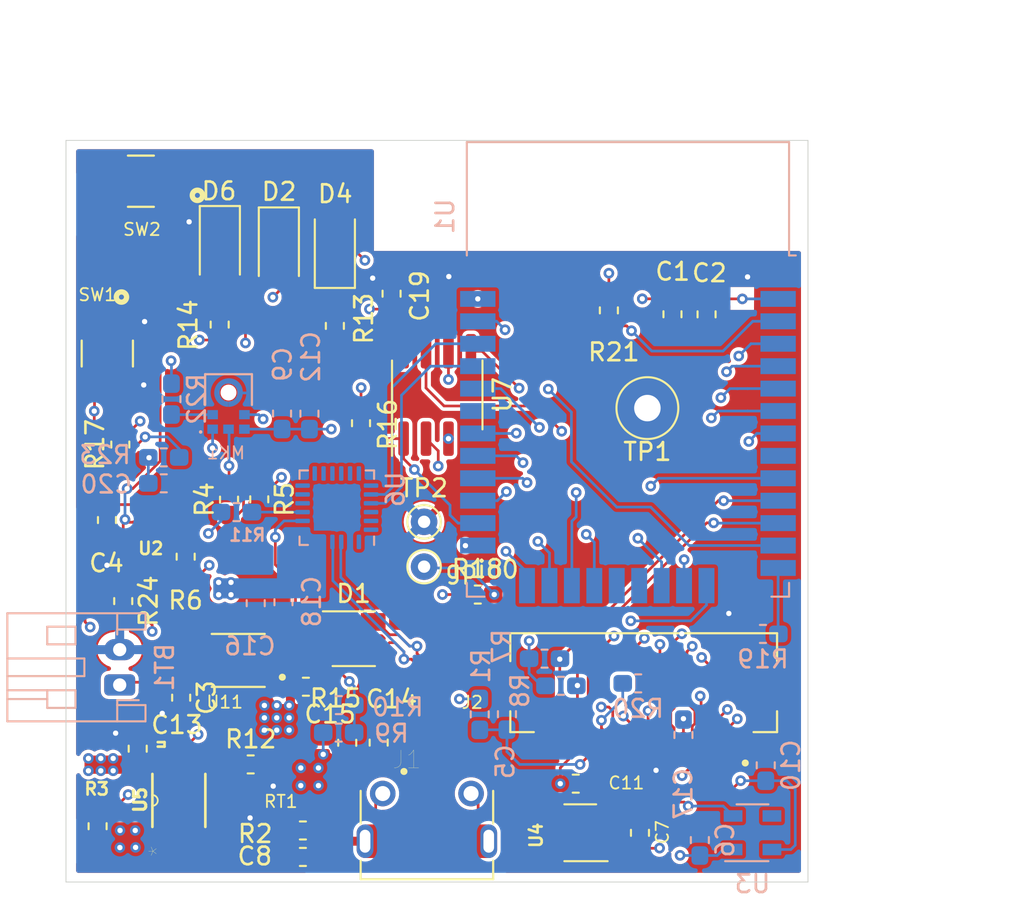
<source format=kicad_pcb>
(kicad_pcb (version 20171130) (host pcbnew "(5.1.6)-1")
  (layers (0 F.Cu signal) (1 In1.Cu signal) (2 In2.Cu signal) (31 B.Cu signal) (34 B.Paste user hide) (35 F.Paste user) (36 B.SilkS user) (37 F.SilkS user) (38 B.Mask user hide) (39 F.Mask user hide) (44 Edge.Cuts user))
  (net 0 "")
  (net 1 GND)
  (net 2 +BATT)
  (net 3 cam_dvdd)
  (net 4 cam_avdd)
  (net 5 /cam_pclk)
  (net 6 "Net-(D2-Pad2)")
  (net 7 "Net-(D2-Pad1)")
  (net 8 "Net-(D4-Pad1)")
  (net 9 "Net-(D6-Pad2)")
  (net 10 /cam_sda)
  (net 11 /cam_scl)
  (net 12 /cam_vsync)
  (net 13 /cam_hsync)
  (net 14 /cam_d7)
  (net 15 /cam_xclk)
  (net 16 /cam_d6)
  (net 17 /cam_d5)
  (net 18 /cam_d4)
  (net 19 /cam_d0)
  (net 20 /cam_d3)
  (net 21 /cam_d1)
  (net 22 /cam_d2)
  (net 23 "Net-(MK1-Pad6)")
  (net 24 VBUS)
  (net 25 "Net-(R12-Pad1)")
  (net 26 "Net-(RT1-Pad1)")
  (net 27 /esp_dbg_rx)
  (net 28 /esp_dbg_tx)
  (net 29 /pwr_en)
  (net 30 /cam_pwr)
  (net 31 +3V3)
  (net 32 "Net-(C8-Pad1)")
  (net 33 "Net-(D1-Pad2)")
  (net 34 "Net-(R11-Pad2)")
  (net 35 /usb_d_N)
  (net 36 /usb_d_P)
  (net 37 /cam_reset)
  (net 38 /clk_psram)
  (net 39 /audio_sd)
  (net 40 /ram_d1)
  (net 41 /ram_d0)
  (net 42 /ram_d3)
  (net 43 /ram_d2)
  (net 44 "Net-(R6-Pad1)")
  (net 45 /test_led)
  (net 46 /cam_pwdn)
  (net 47 /audio_clk)
  (net 48 /audio_ws)
  (net 49 /audio_en)
  (net 50 /ram_en_n)
  (net 51 "Net-(R19-Pad2)")
  (net 52 /wifi_en)
  (net 53 /capture)
  (net 54 "Net-(R17-Pad1)")
  (net 55 "Net-(R24-Pad1)")
  (module Resistor_SMD:R_0603_1608Metric_Pad1.05x0.95mm_HandSolder (layer F.Cu) (at 97.24 114.09 270)
    (fp_text reference R24 (at 0 -1.43 90) (layer F.SilkS))
    (fp_text value 470k)
    (pad 2 smd roundrect (at 0.875 0 270) (size 1.05 0.95) (layers F.Cu F.Paste F.Mask) (net 2 +BATT))
    (pad 1 smd roundrect (at -0.875 0 270) (size 1.05 0.95) (layers F.Cu F.Paste F.Mask) (net 55 "Net-(R24-Pad1)"))
  )
  (module Resistor_SMD:R_0603_1608Metric_Pad1.05x0.95mm_HandSolder (layer B.Cu) (at 99.535 105.95)
    (fp_text reference R23 (at -3.325 -0.14) (layer B.SilkS) (effects (justify mirror)))
    (fp_text value 470k)
    (pad 2 smd roundrect (at 0.875 0) (size 1.05 0.95) (layers B.Cu B.Paste B.Mask) (net 54 "Net-(R17-Pad1)"))
    (pad 1 smd roundrect (at -0.875 0) (size 1.05 0.95) (layers B.Cu B.Paste B.Mask) (net 53 /capture))
  )
  (module Capacitor_SMD:C_0603_1608Metric_Pad1.05x0.95mm_HandSolder (layer B.Cu) (at 99.535 107.42)
    (fp_text reference C20 (at -3.255001 0.055001) (layer B.SilkS) (effects (justify mirror)))
    (fp_text value 1uf)
    (pad 2 smd roundrect (at 0.875 0) (size 1.05 0.95) (layers B.Cu B.Paste B.Mask) (net 1 GND))
    (pad 1 smd roundrect (at -0.875 0) (size 1.05 0.95) (layers B.Cu B.Paste B.Mask) (net 53 /capture))
  )
  (module Resistor_SMD:R_0603_1608Metric_Pad1.05x0.95mm_HandSolder (layer B.Cu) (at 99.97 102.65 90)
    (fp_text reference R22 (at 0 1.43 90) (layer B.SilkS) (effects (justify mirror)))
    (fp_text value 1k)
    (pad 2 smd roundrect (at 0.875 0 90) (size 1.05 0.95) (layers B.Cu B.Paste B.Mask) (net 31 +3V3))
    (pad 1 smd roundrect (at -0.875 0 90) (size 1.05 0.95) (layers B.Cu B.Paste B.Mask) (net 49 /audio_en))
  )
  (module Resistor_SMD:R_0603_1608Metric_Pad1.05x0.95mm_HandSolder (layer F.Cu) (at 124.73 97.625 90)
    (fp_text reference R21 (at -2.365 0.28 180) (layer F.SilkS))
    (fp_text value 4.7k)
    (pad 2 smd roundrect (at 0.875 0 90) (size 1.05 0.95) (layers F.Cu F.Paste F.Mask) (net 31 +3V3))
    (pad 1 smd roundrect (at -0.875 0 90) (size 1.05 0.95) (layers F.Cu F.Paste F.Mask) (net 52 /wifi_en))
  )
  (module TestPoint:TestPoint_THTPad_D3.0mm_Drill1.5mm (layer F.Cu) (at 126.91 103.16)
    (fp_text reference TP1 (at 0 2.47) (layer F.SilkS))
    (fp_text value TestPoint)
    (pad 1 thru_hole circle (at 0 0) (size 3 3) (drill 1.5) (layers *.Cu *.Mask) (net 1 GND))
  )
  (module Resistor_SMD:R_0603_1608Metric_Pad1.05x0.95mm_HandSolder (layer B.Cu) (at 126.39 118.75)
    (fp_text reference R20 (at 0 1.43) (layer B.SilkS) (effects (justify mirror)))
    (fp_text value 1k)
    (pad 2 smd roundrect (at 0.875 0) (size 1.05 0.95) (layers B.Cu B.Paste B.Mask) (net 1 GND))
    (pad 1 smd roundrect (at -0.875 0) (size 1.05 0.95) (layers B.Cu B.Paste B.Mask) (net 46 /cam_pwdn))
  )
  (module TestPoint:TestPoint_THTPad_D1.5mm_Drill0.7mm (layer F.Cu) (at 114.27 109.6)
    (fp_text reference TP2 (at -0.01 -1.91) (layer F.SilkS))
    (fp_text value tp_gnd)
    (pad 1 thru_hole circle (at 0 0) (size 1.5 1.5) (drill 0.7) (layers *.Cu *.Mask) (net 1 GND))
  )
  (module TestPoint:TestPoint_THTPad_D1.5mm_Drill0.7mm (layer F.Cu) (at 114.27 112.14)
    (fp_text reference gpio0 (at 3.28 0.16) (layer F.SilkS))
    (fp_text value tp_gpio0)
    (pad 1 thru_hole circle (at 0 0) (size 1.5 1.5) (drill 0.7) (layers *.Cu *.Mask) (net 15 /cam_xclk))
  )
  (module Resistor_SMD:R_0603_1608Metric_Pad1.05x0.95mm_HandSolder (layer B.Cu) (at 133.45 115.95)
    (fp_text reference R19 (at 0 1.43) (layer B.SilkS) (effects (justify mirror)))
    (fp_text value 47k)
    (pad 2 smd roundrect (at 0.875 0) (size 1.05 0.95) (layers B.Cu B.Paste B.Mask) (net 51 "Net-(R19-Pad2)"))
    (pad 1 smd roundrect (at -0.875 0) (size 1.05 0.95) (layers B.Cu B.Paste B.Mask) (net 1 GND))
  )
  (module Resistor_SMD:R_0603_1608Metric_Pad1.05x0.95mm_HandSolder (layer F.Cu) (at 117.31 113.72 180)
    (fp_text reference R18 (at 0.02 1.46) (layer F.SilkS))
    (fp_text value nc)
    (pad 2 smd roundrect (at 0.875 0 180) (size 1.05 0.95) (layers F.Cu F.Paste F.Mask) (net 31 +3V3))
    (pad 1 smd roundrect (at -0.875 0 180) (size 1.05 0.95) (layers F.Cu F.Paste F.Mask) (net 15 /cam_xclk))
  )
  (module Resistor_SMD:R_0603_1608Metric_Pad1.05x0.95mm_HandSolder (layer B.Cu) (at 121.09 117.35 180)
    (fp_text reference R7 (at 2.435 0.7 270) (layer B.SilkS) (effects (justify mirror)))
    (fp_text value 470k)
    (pad 2 smd roundrect (at 0.875 0 180) (size 1.05 0.95) (layers B.Cu B.Paste B.Mask) (net 31 +3V3))
    (pad 1 smd roundrect (at -0.875 0 180) (size 1.05 0.95) (layers B.Cu B.Paste B.Mask) (net 10 /cam_sda))
  )
  (module Resistor_SMD:R_0603_1608Metric_Pad1.05x0.95mm_HandSolder (layer F.Cu) (at 110.7 104.015 90)
    (fp_text reference R16 (at -0.075 1.51 90) (layer F.SilkS))
    (fp_text value 4.7k)
    (pad 2 smd roundrect (at 0.875 0 90) (size 1.05 0.95) (layers F.Cu F.Paste F.Mask) (net 31 +3V3))
    (pad 1 smd roundrect (at -0.875 0 90) (size 1.05 0.95) (layers F.Cu F.Paste F.Mask) (net 50 /ram_en_n))
  )
  (module Capacitor_SMD:C_0603_1608Metric_Pad1.05x0.95mm_HandSolder (layer F.Cu) (at 112.43 96.68 90)
    (fp_text reference C19 (at -0.13 1.59 90) (layer F.SilkS))
    (fp_text value 0.1uf)
    (pad 2 smd roundrect (at 0.875 0 90) (size 1.05 0.95) (layers F.Cu F.Paste F.Mask) (net 1 GND))
    (pad 1 smd roundrect (at -0.875 0 90) (size 1.05 0.95) (layers F.Cu F.Paste F.Mask) (net 31 +3V3))
  )
  (module Package_SO:SOIC-8_3.9x4.9mm_P1.27mm (layer F.Cu) (at 115.015 102.415 90)
    (fp_text reference U7 (at 0.015 3.685 90) (layer F.SilkS))
    (fp_text value ESP-PSRAM32)
    (pad 8 smd roundrect (at 2.475 -1.905 90) (size 1.95 0.6) (layers F.Cu F.Paste F.Mask) (net 31 +3V3))
    (pad 7 smd roundrect (at 2.475 -0.635 90) (size 1.95 0.6) (layers F.Cu F.Paste F.Mask) (net 42 /ram_d3))
    (pad 6 smd roundrect (at 2.475 0.635 90) (size 1.95 0.6) (layers F.Cu F.Paste F.Mask) (net 38 /clk_psram))
    (pad 5 smd roundrect (at 2.475 1.905 90) (size 1.95 0.6) (layers F.Cu F.Paste F.Mask) (net 40 /ram_d1))
    (pad 4 smd roundrect (at -2.475 1.905 90) (size 1.95 0.6) (layers F.Cu F.Paste F.Mask) (net 1 GND))
    (pad 3 smd roundrect (at -2.475 0.635 90) (size 1.95 0.6) (layers F.Cu F.Paste F.Mask) (net 43 /ram_d2))
    (pad 2 smd roundrect (at -2.475 -0.635 90) (size 1.95 0.6) (layers F.Cu F.Paste F.Mask) (net 41 /ram_d0))
    (pad 1 smd roundrect (at -2.475 -1.905 90) (size 1.95 0.6) (layers F.Cu F.Paste F.Mask) (net 50 /ram_en_n))
  )
  (module guardiancam:EVQ-P7J01P (layer F.Cu) (at 98.24 90.31 180)
    (fp_text reference SW2 (at -0.06 -2.73) (layer F.SilkS) (effects (font (size 0.7 0.7) (thickness 0.1))))
    (fp_text value EVQ-P7J01P)
    (pad 1_1 smd rect (at -1.8 -0.725 180) (size 1.4 1.05) (layers F.Cu F.Paste F.Mask) (net 1 GND))
    (pad 1_2 smd rect (at 1.8 -0.725 180) (size 1.4 1.05) (layers F.Cu F.Paste F.Mask) (net 1 GND))
    (pad 2_1 smd rect (at -1.8 0.725 180) (size 1.4 1.05) (layers F.Cu F.Paste F.Mask) (net 55 "Net-(R24-Pad1)"))
    (pad 2_2 smd rect (at 1.8 0.725 180) (size 1.4 1.05) (layers F.Cu F.Paste F.Mask) (net 55 "Net-(R24-Pad1)"))
  )
  (module guardiancam:EVQ-P7J01P (layer F.Cu) (at 96.34 100.07 270)
    (fp_text reference SW1 (at -3.33 0.57 180) (layer F.SilkS) (effects (font (size 0.7 0.7) (thickness 0.1))))
    (fp_text value EVQ-P7J01P)
    (pad 1_1 smd rect (at -1.8 -0.725 270) (size 1.4 1.05) (layers F.Cu F.Paste F.Mask) (net 1 GND))
    (pad 1_2 smd rect (at 1.8 -0.725 270) (size 1.4 1.05) (layers F.Cu F.Paste F.Mask) (net 1 GND))
    (pad 2_1 smd rect (at -1.8 0.725 270) (size 1.4 1.05) (layers F.Cu F.Paste F.Mask) (net 54 "Net-(R17-Pad1)"))
    (pad 2_2 smd rect (at 1.8 0.725 270) (size 1.4 1.05) (layers F.Cu F.Paste F.Mask) (net 54 "Net-(R17-Pad1)"))
  )
  (module LED_SMD:LED_1206_3216Metric (layer F.Cu) (at 109.22 94.07 90)
    (fp_text reference D4 (at 3.04 0.02 180) (layer F.SilkS))
    (fp_text value LED_Small)
    (pad 2 smd roundrect (at 1.4 0 90) (size 1.25 1.75) (layers F.Cu F.Paste F.Mask) (roundrect_rratio 0.2) (net 45 /test_led))
    (pad 1 smd roundrect (at -1.4 0 90) (size 1.25 1.75) (layers F.Cu F.Paste F.Mask) (roundrect_rratio 0.2) (net 8 "Net-(D4-Pad1)"))
  )
  (module "guardiancam:HRS_FH12-24S-0.5SH(55)" (layer F.Cu) (at 126.7 119.36 180)
    (fp_text reference J2 (at 9.7 -0.47) (layer F.SilkS) (effects (font (size 0.7 0.7) (thickness 0.1))))
    (fp_text value "FH12-24S-0.5SH(55)")
    (pad P2 smd rect (at -7.65 0.45 180) (size 1.8 2.2) (layers F.Cu F.Paste F.Mask) (net 1 GND))
    (pad P1 smd rect (at 7.65 0.45 180) (size 1.8 2.2) (layers F.Cu F.Paste F.Mask) (net 1 GND))
    (pad 24 smd rect (at 5.75 -2.8 180) (size 0.3 1.3) (layers F.Cu F.Mask))
    (pad 23 smd rect (at 5.25 -2.8 180) (size 0.3 1.3) (layers F.Cu F.Mask) (net 1 GND))
    (pad 22 smd rect (at 4.75 -2.8 180) (size 0.3 1.3) (layers F.Cu F.Mask) (net 10 /cam_sda))
    (pad 21 smd rect (at 4.25 -2.8 180) (size 0.3 1.3) (layers F.Cu F.Mask) (net 4 cam_avdd))
    (pad 20 smd rect (at 3.75 -2.8 180) (size 0.3 1.3) (layers F.Cu F.Mask) (net 11 /cam_scl))
    (pad 19 smd rect (at 3.25 -2.8 180) (size 0.3 1.3) (layers F.Cu F.Mask) (net 37 /cam_reset))
    (pad 18 smd rect (at 2.75 -2.8 180) (size 0.3 1.3) (layers F.Cu F.Mask) (net 12 /cam_vsync))
    (pad 17 smd rect (at 2.25 -2.8 180) (size 0.3 1.3) (layers F.Cu F.Mask) (net 46 /cam_pwdn))
    (pad 16 smd rect (at 1.75 -2.8 180) (size 0.3 1.3) (layers F.Cu F.Mask) (net 13 /cam_hsync))
    (pad 15 smd rect (at 1.25 -2.8 180) (size 0.3 1.3) (layers F.Cu F.Mask) (net 3 cam_dvdd))
    (pad 14 smd rect (at 0.75 -2.8 180) (size 0.3 1.3) (layers F.Cu F.Mask) (net 31 +3V3))
    (pad 13 smd rect (at 0.25 -2.8 180) (size 0.3 1.3) (layers F.Cu F.Mask) (net 14 /cam_d7))
    (pad 12 smd rect (at -0.25 -2.8 180) (size 0.3 1.3) (layers F.Cu F.Mask) (net 15 /cam_xclk))
    (pad 11 smd rect (at -0.75 -2.8 180) (size 0.3 1.3) (layers F.Cu F.Mask) (net 16 /cam_d6))
    (pad 10 smd rect (at -1.25 -2.8 180) (size 0.3 1.3) (layers F.Cu F.Mask) (net 1 GND))
    (pad 9 smd rect (at -1.75 -2.8 180) (size 0.3 1.3) (layers F.Cu F.Mask) (net 17 /cam_d5))
    (pad 8 smd rect (at -2.25 -2.8 180) (size 0.3 1.3) (layers F.Cu F.Mask) (net 5 /cam_pclk))
    (pad 7 smd rect (at -2.75 -2.8 180) (size 0.3 1.3) (layers F.Cu F.Mask) (net 18 /cam_d4))
    (pad 6 smd rect (at -3.25 -2.8 180) (size 0.3 1.3) (layers F.Cu F.Mask) (net 19 /cam_d0))
    (pad 5 smd rect (at -3.75 -2.8 180) (size 0.3 1.3) (layers F.Cu F.Mask) (net 20 /cam_d3))
    (pad 4 smd rect (at -4.25 -2.8 180) (size 0.3 1.3) (layers F.Cu F.Mask) (net 21 /cam_d1))
    (pad 3 smd rect (at -4.75 -2.8 180) (size 0.3 1.3) (layers F.Cu F.Mask) (net 22 /cam_d2))
    (pad 2 smd rect (at -5.25 -2.8 180) (size 0.3 1.3) (layers F.Cu F.Mask) (net 1 GND))
    (pad 1 smd rect (at -5.75 -2.8 180) (size 0.3 1.3) (layers F.Cu F.Mask) (net 4 cam_avdd))
  )
  (module Resistor_SMD:R_0603_1608Metric_Pad1.05x0.95mm_HandSolder (layer F.Cu) (at 97.075 105.225 90)
    (fp_text reference R17 (at 0 -1.43 90) (layer F.SilkS))
    (fp_text value 250)
    (pad 2 smd roundrect (at 0.875 0 90) (size 1.05 0.95) (layers F.Cu F.Paste F.Mask) (net 31 +3V3))
    (pad 1 smd roundrect (at -0.875 0 90) (size 1.05 0.95) (layers F.Cu F.Paste F.Mask) (net 54 "Net-(R17-Pad1)"))
  )
  (module Resistor_SMD:R_0603_1608Metric_Pad1.05x0.95mm_HandSolder (layer F.Cu) (at 109.92 122.115 90)
    (fp_text reference R15 (at 2.525 -0.66 180) (layer F.SilkS))
    (fp_text value 47.5k)
    (pad 2 smd roundrect (at 0.875 0 90) (size 1.05 0.95) (layers F.Cu F.Paste F.Mask) (net 1 GND))
    (pad 1 smd roundrect (at -0.875 0 90) (size 1.05 0.95) (layers F.Cu F.Paste F.Mask) (net 24 VBUS))
  )
  (module Resistor_SMD:R_0603_1608Metric_Pad1.05x0.95mm_HandSolder (layer F.Cu) (at 102.7 98.43 90)
    (fp_text reference R14 (at -0.03 -1.78 270) (layer F.SilkS))
    (fp_text value 250)
    (pad 2 smd roundrect (at 0.875 0 90) (size 1.05 0.95) (layers F.Cu F.Paste F.Mask) (net 9 "Net-(D6-Pad2)"))
    (pad 1 smd roundrect (at -0.875 0 90) (size 1.05 0.95) (layers F.Cu F.Paste F.Mask) (net 31 +3V3))
  )
  (module Resistor_SMD:R_0603_1608Metric_Pad1.05x0.95mm_HandSolder (layer F.Cu) (at 109.22 98.505 90)
    (fp_text reference R13 (at 0.415 1.64 270) (layer F.SilkS))
    (fp_text value 250)
    (pad 2 smd roundrect (at 0.875 0 90) (size 1.05 0.95) (layers F.Cu F.Paste F.Mask) (net 8 "Net-(D4-Pad1)"))
    (pad 1 smd roundrect (at -0.875 0 90) (size 1.05 0.95) (layers F.Cu F.Paste F.Mask) (net 1 GND))
  )
  (module Resistor_SMD:R_0603_1608Metric_Pad1.05x0.95mm_HandSolder (layer F.Cu) (at 104.455 123.34)
    (fp_text reference R12 (at 0 -1.43) (layer F.SilkS))
    (fp_text value 10k)
    (pad 2 smd roundrect (at 0.875 0) (size 1.05 0.95) (layers F.Cu F.Paste F.Mask) (net 1 GND))
    (pad 1 smd roundrect (at -0.875 0) (size 1.05 0.95) (layers F.Cu F.Paste F.Mask) (net 25 "Net-(R12-Pad1)"))
  )
  (module Resistor_SMD:R_0603_1608Metric_Pad1.05x0.95mm_HandSolder (layer B.Cu) (at 103.65 109.05)
    (fp_text reference R11 (at 0.61 1.3) (layer B.SilkS) (effects (font (size 0.7 0.7)) (justify mirror)))
    (fp_text value 4.7k)
    (pad 2 smd roundrect (at 0.875 0) (size 1.05 0.95) (layers B.Cu B.Paste B.Mask) (net 34 "Net-(R11-Pad2)"))
    (pad 1 smd roundrect (at -0.875 0) (size 1.05 0.95) (layers B.Cu B.Paste B.Mask) (net 31 +3V3))
  )
  (module Resistor_SMD:R_0603_1608Metric_Pad1.05x0.95mm_HandSolder (layer B.Cu) (at 109.445 119.98 180)
    (fp_text reference R10 (at -3.335 -0.12) (layer B.SilkS) (effects (justify mirror)))
    (fp_text value 47k)
    (pad 2 smd roundrect (at 0.875 0 180) (size 1.05 0.95) (layers B.Cu B.Paste B.Mask) (net 1 GND))
    (pad 1 smd roundrect (at -0.875 0 180) (size 1.05 0.95) (layers B.Cu B.Paste B.Mask) (net 33 "Net-(D1-Pad2)"))
  )
  (module Resistor_SMD:R_0603_1608Metric_Pad1.05x0.95mm_HandSolder (layer B.Cu) (at 109.435 121.54)
    (fp_text reference R9 (at 2.99 0.05) (layer B.SilkS) (effects (justify mirror)))
    (fp_text value 24k)
    (pad 2 smd roundrect (at 0.875 0) (size 1.05 0.95) (layers B.Cu B.Paste B.Mask) (net 33 "Net-(D1-Pad2)"))
    (pad 1 smd roundrect (at -0.875 0) (size 1.05 0.95) (layers B.Cu B.Paste B.Mask) (net 24 VBUS))
  )
  (module Resistor_SMD:R_0603_1608Metric_Pad1.05x0.95mm_HandSolder (layer B.Cu) (at 122.015 118.89 180)
    (fp_text reference R8 (at 2.315 -0.27 90) (layer B.SilkS) (effects (justify mirror)))
    (fp_text value 470k)
    (pad 2 smd roundrect (at 0.875 0 180) (size 1.05 0.95) (layers B.Cu B.Paste B.Mask) (net 31 +3V3))
    (pad 1 smd roundrect (at -0.875 0 180) (size 1.05 0.95) (layers B.Cu B.Paste B.Mask) (net 11 /cam_scl))
  )
  (module Resistor_SMD:R_0603_1608Metric_Pad1.05x0.95mm_HandSolder (layer F.Cu) (at 100.775 111.575 270)
    (fp_text reference R6 (at 2.475 0.005 180) (layer F.SilkS))
    (fp_text value 1k)
    (pad 2 smd roundrect (at 0.875 0 270) (size 1.05 0.95) (layers F.Cu F.Paste F.Mask) (net 31 +3V3))
    (pad 1 smd roundrect (at -0.875 0 270) (size 1.05 0.95) (layers F.Cu F.Paste F.Mask) (net 44 "Net-(R6-Pad1)"))
  )
  (module Resistor_SMD:R_0603_1608Metric_Pad1.05x0.95mm_HandSolder (layer F.Cu) (at 104.94 108.325 270)
    (fp_text reference R5 (at 0 -1.43 90) (layer F.SilkS))
    (fp_text value 100k)
    (pad 2 smd roundrect (at 0.875 0 270) (size 1.05 0.95) (layers F.Cu F.Paste F.Mask) (net 1 GND))
    (pad 1 smd roundrect (at -0.875 0 270) (size 1.05 0.95) (layers F.Cu F.Paste F.Mask) (net 39 /audio_sd))
  )
  (module Resistor_SMD:R_0603_1608Metric_Pad1.05x0.95mm_HandSolder (layer F.Cu) (at 103.23 108.345 270)
    (fp_text reference R4 (at -0.01 1.39 90) (layer F.SilkS))
    (fp_text value 51)
    (pad 2 smd roundrect (at 0.875 0 270) (size 1.05 0.95) (layers F.Cu F.Paste F.Mask) (net 39 /audio_sd))
    (pad 1 smd roundrect (at -0.875 0 270) (size 1.05 0.95) (layers F.Cu F.Paste F.Mask) (net 23 "Net-(MK1-Pad6)"))
  )
  (module Resistor_SMD:R_0603_1608Metric_Pad1.05x0.95mm_HandSolder (layer F.Cu) (at 95.79 126.84 90)
    (fp_text reference R3 (at 2.11 -0.05 180) (layer F.SilkS) (effects (font (size 0.7 0.7))))
    (fp_text value 250)
    (pad 2 smd roundrect (at 0.875 0 90) (size 1.05 0.95) (layers F.Cu F.Paste F.Mask) (net 6 "Net-(D2-Pad2)"))
    (pad 1 smd roundrect (at -0.875 0 90) (size 1.05 0.95) (layers F.Cu F.Paste F.Mask) (net 24 VBUS))
  )
  (module Resistor_SMD:R_0603_1608Metric_Pad1.05x0.95mm_HandSolder (layer F.Cu) (at 107.41 127.08 180)
    (fp_text reference R2 (at 2.7 -0.19) (layer F.SilkS))
    (fp_text value 330)
    (pad 2 smd roundrect (at 0.875 0 180) (size 1.05 0.95) (layers F.Cu F.Paste F.Mask) (net 1 GND))
    (pad 1 smd roundrect (at -0.875 0 180) (size 1.05 0.95) (layers F.Cu F.Paste F.Mask) (net 32 "Net-(C8-Pad1)"))
  )
  (module Resistor_SMD:R_0603_1608Metric_Pad1.05x0.95mm_HandSolder (layer B.Cu) (at 117.42 120.505 270)
    (fp_text reference R1 (at -2.74 -0.07 90) (layer B.SilkS) (effects (justify mirror)))
    (fp_text value 100k)
    (pad 2 smd roundrect (at 0.875 0 270) (size 1.05 0.95) (layers B.Cu B.Paste B.Mask) (net 37 /cam_reset))
    (pad 1 smd roundrect (at -0.875 0 270) (size 1.05 0.95) (layers B.Cu B.Paste B.Mask) (net 31 +3V3))
  )
  (module Capacitor_SMD:C_0603_1608Metric_Pad1.05x0.95mm_HandSolder (layer B.Cu) (at 106.31 114.155 270)
    (fp_text reference C18 (at -0.035 -1.6 270) (layer B.SilkS) (effects (justify mirror)))
    (fp_text value 0.1uf)
    (pad 2 smd roundrect (at 0.875 0 270) (size 1.05 0.95) (layers B.Cu B.Paste B.Mask) (net 1 GND))
    (pad 1 smd roundrect (at -0.875 0 270) (size 1.05 0.95) (layers B.Cu B.Paste B.Mask) (net 31 +3V3))
  )
  (module Capacitor_SMD:C_0603_1608Metric_Pad1.05x0.95mm_HandSolder (layer B.Cu) (at 128.95 121.675 270)
    (fp_text reference C17 (at 3.335 0.01 90) (layer B.SilkS) (effects (justify mirror)))
    (fp_text value 15pf)
    (pad 2 smd roundrect (at 0.875 0 270) (size 1.05 0.95) (layers B.Cu B.Paste B.Mask) (net 1 GND))
    (pad 1 smd roundrect (at -0.875 0 270) (size 1.05 0.95) (layers B.Cu B.Paste B.Mask) (net 5 /cam_pclk))
  )
  (module Capacitor_SMD:C_0603_1608Metric_Pad1.05x0.95mm_HandSolder (layer B.Cu) (at 104.74 114.21 270)
    (fp_text reference C16 (at 2.43 0.33 180) (layer B.SilkS) (effects (justify mirror)))
    (fp_text value 4.7uf)
    (pad 2 smd roundrect (at 0.875 0 270) (size 1.05 0.95) (layers B.Cu B.Paste B.Mask) (net 1 GND))
    (pad 1 smd roundrect (at -0.875 0 270) (size 1.05 0.95) (layers B.Cu B.Paste B.Mask) (net 31 +3V3))
  )
  (module Capacitor_SMD:C_0603_1608Metric_Pad1.05x0.95mm_HandSolder (layer F.Cu) (at 107.58 118.94)
    (fp_text reference C15 (at 1.37 1.56) (layer F.SilkS))
    (fp_text value 10uf)
    (pad 2 smd roundrect (at 0.875 0) (size 1.05 0.95) (layers F.Cu F.Paste F.Mask) (net 1 GND))
    (pad 1 smd roundrect (at -0.875 0) (size 1.05 0.95) (layers F.Cu F.Paste F.Mask) (net 31 +3V3))
  )
  (module Capacitor_SMD:C_0603_1608Metric_Pad1.05x0.95mm_HandSolder (layer F.Cu) (at 111.7 122.105 90)
    (fp_text reference C14 (at 2.465 0.73) (layer F.SilkS))
    (fp_text value 10uf)
    (pad 2 smd roundrect (at 0.875 0 90) (size 1.05 0.95) (layers F.Cu F.Paste F.Mask) (net 1 GND))
    (pad 1 smd roundrect (at -0.875 0 90) (size 1.05 0.95) (layers F.Cu F.Paste F.Mask) (net 24 VBUS))
  )
  (module Capacitor_SMD:C_0603_1608Metric_Pad1.05x0.95mm_HandSolder (layer F.Cu) (at 98.06 122.45 90)
    (fp_text reference C13 (at 1.35 2.22 180) (layer F.SilkS))
    (fp_text value 0.1uf)
    (pad 2 smd roundrect (at 0.875 0 90) (size 1.05 0.95) (layers F.Cu F.Paste F.Mask) (net 1 GND))
    (pad 1 smd roundrect (at -0.875 0 90) (size 1.05 0.95) (layers F.Cu F.Paste F.Mask) (net 2 +BATT))
  )
  (module Capacitor_SMD:C_0603_1608Metric_Pad1.05x0.95mm_HandSolder (layer B.Cu) (at 107.78 103.475 90)
    (fp_text reference C12 (at 3.215 0.08 270) (layer B.SilkS) (effects (justify mirror)))
    (fp_text value 1uf)
    (pad 2 smd roundrect (at 0.875 0 90) (size 1.05 0.95) (layers B.Cu B.Paste B.Mask) (net 1 GND))
    (pad 1 smd roundrect (at -0.875 0 90) (size 1.05 0.95) (layers B.Cu B.Paste B.Mask) (net 31 +3V3))
  )
  (module Capacitor_SMD:C_0603_1608Metric_Pad1.05x0.95mm_HandSolder (layer F.Cu) (at 122.855 124.43)
    (fp_text reference C11 (at 2.865 -0.04) (layer F.SilkS) (effects (font (size 0.7 0.7) (thickness 0.1))))
    (fp_text value 1uf)
    (pad 2 smd roundrect (at 0.875 0) (size 1.05 0.95) (layers F.Cu F.Paste F.Mask) (net 1 GND))
    (pad 1 smd roundrect (at -0.875 0) (size 1.05 0.95) (layers F.Cu F.Paste F.Mask) (net 4 cam_avdd))
  )
  (module Capacitor_SMD:C_0603_1608Metric_Pad1.05x0.95mm_HandSolder (layer B.Cu) (at 133.61 123.39 90)
    (fp_text reference C10 (at 0 1.43 270) (layer B.SilkS) (effects (justify mirror)))
    (fp_text value 1uf)
    (pad 2 smd roundrect (at 0.875 0 90) (size 1.05 0.95) (layers B.Cu B.Paste B.Mask) (net 1 GND))
    (pad 1 smd roundrect (at -0.875 0 90) (size 1.05 0.95) (layers B.Cu B.Paste B.Mask) (net 3 cam_dvdd))
  )
  (module Capacitor_SMD:C_0603_1608Metric_Pad1.05x0.95mm_HandSolder (layer B.Cu) (at 106.23 103.47 90)
    (fp_text reference C9 (at 2.79 0.03 270) (layer B.SilkS) (effects (justify mirror)))
    (fp_text value 200pf)
    (pad 2 smd roundrect (at 0.875 0 90) (size 1.05 0.95) (layers B.Cu B.Paste B.Mask) (net 1 GND))
    (pad 1 smd roundrect (at -0.875 0 90) (size 1.05 0.95) (layers B.Cu B.Paste B.Mask) (net 31 +3V3))
  )
  (module Capacitor_SMD:C_0603_1608Metric_Pad1.05x0.95mm_HandSolder (layer F.Cu) (at 107.41 128.58 180)
    (fp_text reference C8 (at 2.72 0.04) (layer F.SilkS))
    (fp_text value 1uf)
    (pad 2 smd roundrect (at 0.875 0 180) (size 1.05 0.95) (layers F.Cu F.Paste F.Mask) (net 1 GND))
    (pad 1 smd roundrect (at -0.875 0 180) (size 1.05 0.95) (layers F.Cu F.Paste F.Mask) (net 32 "Net-(C8-Pad1)"))
  )
  (module Capacitor_SMD:C_0603_1608Metric_Pad1.05x0.95mm_HandSolder (layer F.Cu) (at 126.49 127.215 90)
    (fp_text reference C7 (at 0.035 1.27 90) (layer F.SilkS) (effects (font (size 0.7 0.7) (thickness 0.1))))
    (fp_text value 1uf)
    (pad 2 smd roundrect (at 0.875 0 90) (size 1.05 0.95) (layers F.Cu F.Paste F.Mask) (net 1 GND))
    (pad 1 smd roundrect (at -0.875 0 90) (size 1.05 0.95) (layers F.Cu F.Paste F.Mask) (net 31 +3V3))
  )
  (module Capacitor_SMD:C_0603_1608Metric_Pad1.05x0.95mm_HandSolder (layer B.Cu) (at 129.88 127.625 90)
    (fp_text reference C6 (at 0 1.43 90) (layer B.SilkS) (effects (justify mirror)))
    (fp_text value 1uf)
    (pad 2 smd roundrect (at 0.875 0 90) (size 1.05 0.95) (layers B.Cu B.Paste B.Mask) (net 1 GND))
    (pad 1 smd roundrect (at -0.875 0 90) (size 1.05 0.95) (layers B.Cu B.Paste B.Mask) (net 31 +3V3))
  )
  (module Capacitor_SMD:C_0603_1608Metric_Pad1.05x0.95mm_HandSolder (layer B.Cu) (at 118.96 120.495 90)
    (fp_text reference C5 (at -2.695001 -0.094999 90) (layer B.SilkS) (effects (justify mirror)))
    (fp_text value 0.1uf)
    (pad 2 smd roundrect (at 0.875 0 90) (size 1.05 0.95) (layers B.Cu B.Paste B.Mask) (net 1 GND))
    (pad 1 smd roundrect (at -0.875 0 90) (size 1.05 0.95) (layers B.Cu B.Paste B.Mask) (net 37 /cam_reset))
  )
  (module Capacitor_SMD:C_0603_1608Metric_Pad1.05x0.95mm_HandSolder (layer F.Cu) (at 96.32 109.5 270)
    (fp_text reference C4 (at 2.44 0.03 180) (layer F.SilkS))
    (fp_text value 0.1uf)
    (pad 2 smd roundrect (at 0.875 0 270) (size 1.05 0.95) (layers F.Cu F.Paste F.Mask) (net 1 GND))
    (pad 1 smd roundrect (at -0.875 0 270) (size 1.05 0.95) (layers F.Cu F.Paste F.Mask) (net 2 +BATT))
  )
  (module Capacitor_SMD:C_0603_1608Metric_Pad1.05x0.95mm_HandSolder (layer F.Cu) (at 100.52 119.56 270)
    (fp_text reference C3 (at 0 -1.43 90) (layer F.SilkS))
    (fp_text value 10uf)
    (pad 2 smd roundrect (at 0.875 0 270) (size 1.05 0.95) (layers F.Cu F.Paste F.Mask) (net 1 GND))
    (pad 1 smd roundrect (at -0.875 0 270) (size 1.05 0.95) (layers F.Cu F.Paste F.Mask) (net 2 +BATT))
  )
  (module Capacitor_SMD:C_0603_1608Metric_Pad1.05x0.95mm_HandSolder (layer F.Cu) (at 130.26 97.85 270)
    (fp_text reference C2 (at -2.34 -0.16) (layer F.SilkS))
    (fp_text value 0.1uf)
    (pad 2 smd roundrect (at 0.875 0 270) (size 1.05 0.95) (layers F.Cu F.Paste F.Mask) (net 1 GND))
    (pad 1 smd roundrect (at -0.875 0 270) (size 1.05 0.95) (layers F.Cu F.Paste F.Mask) (net 31 +3V3))
  )
  (module Capacitor_SMD:C_0603_1608Metric_Pad1.05x0.95mm_HandSolder (layer F.Cu) (at 128.33 97.845 270)
    (fp_text reference C1 (at -2.42 -0.01) (layer F.SilkS))
    (fp_text value 1uf)
    (pad 2 smd roundrect (at 0.875 0 270) (size 1.05 0.95) (layers F.Cu F.Paste F.Mask) (net 1 GND))
    (pad 1 smd roundrect (at -0.875 0 270) (size 1.05 0.95) (layers F.Cu F.Paste F.Mask) (net 31 +3V3))
  )
  (module Package_DFN_QFN:QFN-24-1EP_4x4mm_P0.5mm_EP2.6x2.6mm (layer B.Cu) (at 109.33 108.8 90)
    (fp_text reference U6 (at 1.04 3.32 270) (layer B.SilkS) (effects (justify mirror)))
    (fp_text value CP2102N-A01-GQFN24)
    (pad 25 smd rect (at 0 0 90) (size 2.6 2.6) (layers B.Cu B.Mask) (net 1 GND))
    (pad 24 smd roundrect (at -1.25 1.9375 90) (size 0.25 0.825) (layers B.Cu B.Paste B.Mask))
    (pad 23 smd roundrect (at -0.75 1.9375 90) (size 0.25 0.825) (layers B.Cu B.Paste B.Mask))
    (pad 22 smd roundrect (at -0.25 1.9375 90) (size 0.25 0.825) (layers B.Cu B.Paste B.Mask))
    (pad 21 smd roundrect (at 0.25 1.9375 90) (size 0.25 0.825) (layers B.Cu B.Paste B.Mask) (net 27 /esp_dbg_rx))
    (pad 20 smd roundrect (at 0.75 1.9375 90) (size 0.25 0.825) (layers B.Cu B.Paste B.Mask) (net 28 /esp_dbg_tx))
    (pad 19 smd roundrect (at 1.25 1.9375 90) (size 0.25 0.825) (layers B.Cu B.Paste B.Mask))
    (pad 18 smd roundrect (at 1.9375 1.25 90) (size 0.825 0.25) (layers B.Cu B.Paste B.Mask))
    (pad 17 smd roundrect (at 1.9375 0.75 90) (size 0.825 0.25) (layers B.Cu B.Paste B.Mask))
    (pad 16 smd roundrect (at 1.9375 0.25 90) (size 0.825 0.25) (layers B.Cu B.Paste B.Mask))
    (pad 15 smd roundrect (at 1.9375 -0.25 90) (size 0.825 0.25) (layers B.Cu B.Paste B.Mask))
    (pad 14 smd roundrect (at 1.9375 -0.75 90) (size 0.825 0.25) (layers B.Cu B.Paste B.Mask))
    (pad 13 smd roundrect (at 1.9375 -1.25 90) (size 0.825 0.25) (layers B.Cu B.Paste B.Mask))
    (pad 12 smd roundrect (at 1.25 -1.9375 90) (size 0.25 0.825) (layers B.Cu B.Paste B.Mask))
    (pad 11 smd roundrect (at 0.75 -1.9375 90) (size 0.25 0.825) (layers B.Cu B.Paste B.Mask))
    (pad 10 smd roundrect (at 0.25 -1.9375 90) (size 0.25 0.825) (layers B.Cu B.Paste B.Mask))
    (pad 9 smd roundrect (at -0.25 -1.9375 90) (size 0.25 0.825) (layers B.Cu B.Paste B.Mask) (net 34 "Net-(R11-Pad2)"))
    (pad 8 smd roundrect (at -0.75 -1.9375 90) (size 0.25 0.825) (layers B.Cu B.Paste B.Mask) (net 33 "Net-(D1-Pad2)"))
    (pad 7 smd roundrect (at -1.25 -1.9375 90) (size 0.25 0.825) (layers B.Cu B.Paste B.Mask) (net 31 +3V3))
    (pad 6 smd roundrect (at -1.9375 -1.25 90) (size 0.825 0.25) (layers B.Cu B.Paste B.Mask) (net 31 +3V3))
    (pad 5 smd roundrect (at -1.9375 -0.75 90) (size 0.825 0.25) (layers B.Cu B.Paste B.Mask) (net 31 +3V3))
    (pad 4 smd roundrect (at -1.9375 -0.25 90) (size 0.825 0.25) (layers B.Cu B.Paste B.Mask) (net 35 /usb_d_N))
    (pad 3 smd roundrect (at -1.9375 0.25 90) (size 0.825 0.25) (layers B.Cu B.Paste B.Mask) (net 36 /usb_d_P))
    (pad 2 smd roundrect (at -1.9375 0.75 90) (size 0.825 0.25) (layers B.Cu B.Paste B.Mask) (net 1 GND))
    (pad 1 smd roundrect (at -1.9375 1.25 90) (size 0.825 0.25) (layers B.Cu B.Paste B.Mask))
  )
  (module Package_TO_SOT_SMD:SOT-143 (layer F.Cu) (at 110.29 116.22)
    (fp_text reference D1 (at -0.01 -2.55) (layer F.SilkS))
    (fp_text value SP0503BAHT)
    (pad 4 smd rect (at 1.1 -0.95 270) (size 1 1.4) (layers F.Cu F.Paste F.Mask) (net 36 /usb_d_P))
    (pad 3 smd rect (at 1.1 0.95 270) (size 1 1.4) (layers F.Cu F.Paste F.Mask) (net 35 /usb_d_N))
    (pad 2 smd rect (at -1.1 0.95 270) (size 1 1.4) (layers F.Cu F.Paste F.Mask) (net 33 "Net-(D1-Pad2)"))
    (pad 1 smd rect (at -1.1 -0.77 270) (size 1.2 1.4) (layers F.Cu F.Paste F.Mask) (net 1 GND))
  )
  (module guardiancam:MOLEX_1050170001 (layer F.Cu) (at 114.43 127.34)
    (fp_text reference J1 (at -1.13507 -4.27527) (layer F.SilkS) (effects (font (size 1.000063 1.000063) (thickness 0.015))))
    (fp_text value 1050170001-1050170001)
    (pad SH8 thru_hole oval (at 3.5 0.35) (size 0.95 1.9) (drill oval 0.6 1.3) (layers *.Cu *.Mask) (net 32 "Net-(C8-Pad1)"))
    (pad SH3 thru_hole oval (at -3.5 0.35) (size 0.95 1.9) (drill oval 0.6 1.3) (layers *.Cu *.Mask) (net 32 "Net-(C8-Pad1)"))
    (pad SH7 smd rect (at 2.9 0.35) (size 1.2 1.9) (layers F.Cu F.Paste F.Mask) (net 32 "Net-(C8-Pad1)"))
    (pad SH4 smd rect (at -2.9 0.35) (size 1.2 1.9) (layers F.Cu F.Paste F.Mask) (net 32 "Net-(C8-Pad1)"))
    (pad SH6 smd rect (at 1 0.35) (size 1.5 1.9) (layers F.Cu F.Paste F.Mask) (net 32 "Net-(C8-Pad1)"))
    (pad SH5 smd rect (at -1 0.35) (size 1.5 1.9) (layers F.Cu F.Paste F.Mask) (net 32 "Net-(C8-Pad1)"))
    (pad 5 smd rect (at 1.3 -2.35) (size 0.4 1.35) (layers F.Cu F.Paste F.Mask) (net 1 GND))
    (pad 4 smd rect (at 0.65 -2.35) (size 0.4 1.35) (layers F.Cu F.Paste F.Mask))
    (pad 3 smd rect (at 0 -2.35) (size 0.4 1.35) (layers F.Cu F.Paste F.Mask) (net 36 /usb_d_P))
    (pad 2 smd rect (at -0.65 -2.35) (size 0.4 1.35) (layers F.Cu F.Paste F.Mask) (net 35 /usb_d_N))
    (pad 1 smd rect (at -1.3 -2.35) (size 0.4 1.35) (layers F.Cu F.Paste F.Mask) (net 24 VBUS))
    (pad SH2 thru_hole circle (at 2.5 -2.35) (size 1.45 1.45) (drill 0.85) (layers *.Cu *.Mask) (net 32 "Net-(C8-Pad1)"))
    (pad SH1 thru_hole circle (at -2.5 -2.35) (size 1.45 1.45) (drill 0.85) (layers *.Cu *.Mask) (net 32 "Net-(C8-Pad1)"))
  )
  (module guardiancam:LD39200PU33R (layer F.Cu) (at 103.75 117.45 180)
    (fp_text reference U11 (at 0.765 -2.362) (layer F.SilkS) (effects (font (size 0.7 0.7) (thickness 0.1))))
    (fp_text value LD39200PU33R)
    (pad 1 smd rect (at -1.435 -0.95 180) (size 0.86 0.4) (layers F.Cu F.Paste F.Mask) (net 31 +3V3))
    (pad 2 smd rect (at -1.435 0 180) (size 0.86 0.4) (layers F.Cu F.Paste F.Mask) (net 31 +3V3))
    (pad 3 smd rect (at -1.435 0.95 180) (size 0.86 0.4) (layers F.Cu F.Paste F.Mask) (net 1 GND))
    (pad 4 smd rect (at 1.435 0.95 180) (size 0.86 0.4) (layers F.Cu F.Paste F.Mask))
    (pad 5 smd rect (at 1.435 0 180) (size 0.86 0.4) (layers F.Cu F.Paste F.Mask) (net 29 /pwr_en))
    (pad 6 smd rect (at 1.435 -0.95 180) (size 0.86 0.4) (layers F.Cu F.Paste F.Mask) (net 2 +BATT))
    (pad 7 smd rect (at 0 0 180) (size 1.63 2.37) (layers F.Cu F.Mask))
  )
  (module guardiancam:MCP73833T-FCI_UN (layer F.Cu) (at 100.39 125.38 90)
    (fp_text reference U5 (at 0.0326 -2.192 90) (layer F.SilkS) (effects (font (size 0.7 0.7) (thickness 0.175))))
    (fp_text value MCP73833T-FCI_UN)
    (fp_text user * (at -2.87383 -1.16988 90) (layer F.SilkS) (effects (font (size 1.00126 1.00126) (thickness 0.015))))
    (pad 1 smd rect (at -2.0574 -0.9906 90) (size 1.4986 0.3048) (layers F.Cu F.Paste F.Mask) (net 24 VBUS))
    (pad 2 smd rect (at -2.0574 -0.508 90) (size 1.4986 0.3048) (layers F.Cu F.Paste F.Mask) (net 24 VBUS))
    (pad 3 smd rect (at -2.0574 0 90) (size 1.4986 0.3048) (layers F.Cu F.Paste F.Mask))
    (pad 4 smd rect (at -2.0574 0.508 90) (size 1.4986 0.3048) (layers F.Cu F.Paste F.Mask))
    (pad 5 smd rect (at -2.0574 0.9906 90) (size 1.4986 0.3048) (layers F.Cu F.Paste F.Mask) (net 1 GND))
    (pad 6 smd rect (at 2.0574 0.9906 90) (size 1.4986 0.3048) (layers F.Cu F.Paste F.Mask) (net 25 "Net-(R12-Pad1)"))
    (pad 7 smd rect (at 2.0574 0.508 90) (size 1.4986 0.3048) (layers F.Cu F.Paste F.Mask) (net 7 "Net-(D2-Pad1)"))
    (pad 8 smd rect (at 2.0574 0 90) (size 1.4986 0.3048) (layers F.Cu F.Paste F.Mask) (net 26 "Net-(RT1-Pad1)"))
    (pad 9 smd rect (at 2.0574 -0.508 90) (size 1.4986 0.3048) (layers F.Cu F.Paste F.Mask) (net 2 +BATT))
    (pad 10 smd rect (at 2.0574 -0.9906 90) (size 1.4986 0.3048) (layers F.Cu F.Paste F.Mask) (net 2 +BATT))
  )
  (module Package_TO_SOT_SMD:SOT-23-5 (layer F.Cu) (at 123.11 127.21 180)
    (fp_text reference U4 (at 2.5 -0.15 90) (layer F.SilkS) (effects (font (size 0.7 0.7))))
    (fp_text value AP2127K-2.8)
    (pad 5 smd rect (at 1.1 -0.95 180) (size 1.06 0.65) (layers F.Cu F.Paste F.Mask) (net 4 cam_avdd))
    (pad 4 smd rect (at 1.1 0.95 180) (size 1.06 0.65) (layers F.Cu F.Paste F.Mask))
    (pad 3 smd rect (at -1.1 0.95 180) (size 1.06 0.65) (layers F.Cu F.Paste F.Mask) (net 30 /cam_pwr))
    (pad 2 smd rect (at -1.1 0 180) (size 1.06 0.65) (layers F.Cu F.Paste F.Mask) (net 1 GND))
    (pad 1 smd rect (at -1.1 -0.95 180) (size 1.06 0.65) (layers F.Cu F.Paste F.Mask) (net 31 +3V3))
  )
  (module Package_TO_SOT_SMD:SOT-23-5 (layer B.Cu) (at 132.86 127.21)
    (fp_text reference U3 (at 0 2.9) (layer B.SilkS) (effects (justify mirror)))
    (fp_text value AP2127K-1.5)
    (pad 5 smd rect (at 1.1 0.95) (size 1.06 0.65) (layers B.Cu B.Paste B.Mask) (net 3 cam_dvdd))
    (pad 4 smd rect (at 1.1 -0.95) (size 1.06 0.65) (layers B.Cu B.Paste B.Mask))
    (pad 3 smd rect (at -1.1 -0.95) (size 1.06 0.65) (layers B.Cu B.Paste B.Mask) (net 30 /cam_pwr))
    (pad 2 smd rect (at -1.1 0) (size 1.06 0.65) (layers B.Cu B.Paste B.Mask) (net 1 GND))
    (pad 1 smd rect (at -1.1 0.95) (size 1.06 0.65) (layers B.Cu B.Paste B.Mask) (net 31 +3V3))
  )
  (module guardiancam:xc6192 (layer F.Cu) (at 98.9 109.125)
    (fp_text reference U2 (at -0.1 1.985) (layer F.SilkS) (effects (font (size 0.7 0.7))))
    (fp_text value XC6192)
    (pad PAD smd rect (at -0.15 0.25 90) (size 1.8 1) (layers F.Cu F.Paste F.Mask))
    (pad 5 smd rect (at 0.7 1 90) (size 0.2 0.25) (layers F.Cu F.Paste F.Mask) (net 1 GND))
    (pad 6 smd rect (at 0.7 0.5 90) (size 0.2 0.25) (layers F.Cu F.Paste F.Mask) (net 1 GND))
    (pad 7 smd rect (at 0.7 0 90) (size 0.2 0.25) (layers F.Cu F.Paste F.Mask) (net 44 "Net-(R6-Pad1)"))
    (pad 8 smd rect (at 0.7 -0.5 90) (size 0.2 0.25) (layers F.Cu F.Paste F.Mask))
    (pad 4 smd rect (at -1 1 270) (size 0.2 0.25) (layers F.Cu F.Paste F.Mask) (net 29 /pwr_en))
    (pad 3 smd rect (at -1 0.5 270) (size 0.2 0.25) (layers F.Cu F.Paste F.Mask) (net 55 "Net-(R24-Pad1)"))
    (pad 2 smd rect (at -1 0 270) (size 0.2 0.25) (layers F.Cu F.Paste F.Mask))
    (pad 1 smd rect (at -1 -0.5 270) (size 0.2 0.25) (layers F.Cu F.Paste F.Mask) (net 2 +BATT))
  )
  (module RF_Module:ESP32-WROOM-32 (layer B.Cu) (at 125.81 103.96 180)
    (fp_text reference U1 (at 10.35 11.66 270) (layer B.SilkS) (effects (justify mirror)))
    (fp_text value ESP32-WROOM-32D)
    (pad 38 smd rect (at 8.5 8.255 180) (size 2 0.9) (layers B.Cu B.Paste B.Mask) (net 1 GND))
    (pad 37 smd rect (at 8.5 6.985 180) (size 2 0.9) (layers B.Cu B.Paste B.Mask) (net 13 /cam_hsync))
    (pad 36 smd rect (at 8.5 5.715 180) (size 2 0.9) (layers B.Cu B.Paste B.Mask) (net 5 /cam_pclk))
    (pad 35 smd rect (at 8.5 4.445 180) (size 2 0.9) (layers B.Cu B.Paste B.Mask) (net 28 /esp_dbg_tx))
    (pad 34 smd rect (at 8.5 3.175 180) (size 2 0.9) (layers B.Cu B.Paste B.Mask) (net 27 /esp_dbg_rx))
    (pad 33 smd rect (at 8.5 1.905 180) (size 2 0.9) (layers B.Cu B.Paste B.Mask) (net 20 /cam_d3))
    (pad 32 smd rect (at 8.5 0.635 180) (size 2 0.9) (layers B.Cu B.Paste B.Mask))
    (pad 31 smd rect (at 8.5 -0.635 180) (size 2 0.9) (layers B.Cu B.Paste B.Mask) (net 22 /cam_d2))
    (pad 30 smd rect (at 8.5 -1.905 180) (size 2 0.9) (layers B.Cu B.Paste B.Mask) (net 21 /cam_d1))
    (pad 29 smd rect (at 8.5 -3.175 180) (size 2 0.9) (layers B.Cu B.Paste B.Mask) (net 19 /cam_d0))
    (pad 28 smd rect (at 8.5 -4.445 180) (size 2 0.9) (layers B.Cu B.Paste B.Mask) (net 38 /clk_psram))
    (pad 27 smd rect (at 8.5 -5.715 180) (size 2 0.9) (layers B.Cu B.Paste B.Mask) (net 50 /ram_en_n))
    (pad 26 smd rect (at 8.5 -6.985 180) (size 2 0.9) (layers B.Cu B.Paste B.Mask) (net 48 /audio_ws))
    (pad 25 smd rect (at 8.5 -8.255 180) (size 2 0.9) (layers B.Cu B.Paste B.Mask) (net 15 /cam_xclk))
    (pad 24 smd rect (at 5.715 -9.255 90) (size 2 0.9) (layers B.Cu B.Paste B.Mask) (net 39 /audio_sd))
    (pad 23 smd rect (at 4.445 -9.255 90) (size 2 0.9) (layers B.Cu B.Paste B.Mask) (net 47 /audio_clk))
    (pad 22 smd rect (at 3.175 -9.255 90) (size 2 0.9) (layers B.Cu B.Paste B.Mask) (net 40 /ram_d1))
    (pad 21 smd rect (at 1.905 -9.255 90) (size 2 0.9) (layers B.Cu B.Paste B.Mask) (net 41 /ram_d0))
    (pad 20 smd rect (at 0.635 -9.255 90) (size 2 0.9) (layers B.Cu B.Paste B.Mask))
    (pad 19 smd rect (at -0.635 -9.255 90) (size 2 0.9) (layers B.Cu B.Paste B.Mask))
    (pad 18 smd rect (at -1.905 -9.255 90) (size 2 0.9) (layers B.Cu B.Paste B.Mask) (net 42 /ram_d3))
    (pad 17 smd rect (at -3.175 -9.255 90) (size 2 0.9) (layers B.Cu B.Paste B.Mask) (net 43 /ram_d2))
    (pad 16 smd rect (at -4.445 -9.255 90) (size 2 0.9) (layers B.Cu B.Paste B.Mask) (net 53 /capture))
    (pad 15 smd rect (at -5.715 -9.255 90) (size 2 0.9) (layers B.Cu B.Paste B.Mask) (net 1 GND))
    (pad 14 smd rect (at -8.5 -8.255 180) (size 2 0.9) (layers B.Cu B.Paste B.Mask) (net 51 "Net-(R19-Pad2)"))
    (pad 13 smd rect (at -8.5 -6.985 180) (size 2 0.9) (layers B.Cu B.Paste B.Mask) (net 45 /test_led))
    (pad 12 smd rect (at -8.5 -5.715 180) (size 2 0.9) (layers B.Cu B.Paste B.Mask) (net 11 /cam_scl))
    (pad 11 smd rect (at -8.5 -4.445 180) (size 2 0.9) (layers B.Cu B.Paste B.Mask) (net 10 /cam_sda))
    (pad 10 smd rect (at -8.5 -3.175 180) (size 2 0.9) (layers B.Cu B.Paste B.Mask) (net 12 /cam_vsync))
    (pad 9 smd rect (at -8.5 -1.905 180) (size 2 0.9) (layers B.Cu B.Paste B.Mask))
    (pad 8 smd rect (at -8.5 -0.635 180) (size 2 0.9) (layers B.Cu B.Paste B.Mask) (net 30 /cam_pwr))
    (pad 7 smd rect (at -8.5 0.635 180) (size 2 0.9) (layers B.Cu B.Paste B.Mask) (net 14 /cam_d7))
    (pad 6 smd rect (at -8.5 1.905 180) (size 2 0.9) (layers B.Cu B.Paste B.Mask) (net 16 /cam_d6))
    (pad 5 smd rect (at -8.5 3.175 180) (size 2 0.9) (layers B.Cu B.Paste B.Mask) (net 17 /cam_d5))
    (pad 4 smd rect (at -8.5 4.445 180) (size 2 0.9) (layers B.Cu B.Paste B.Mask) (net 18 /cam_d4))
    (pad 3 smd rect (at -8.5 5.715 180) (size 2 0.9) (layers B.Cu B.Paste B.Mask) (net 52 /wifi_en))
    (pad 2 smd rect (at -8.5 6.985 180) (size 2 0.9) (layers B.Cu B.Paste B.Mask) (net 31 +3V3))
    (pad 1 smd rect (at -8.5 8.255 180) (size 2 0.9) (layers B.Cu B.Paste B.Mask) (net 1 GND))
    (pad 39 smd rect (at -1 0.755 180) (size 5 5) (layers B.Cu B.Paste B.Mask) (net 1 GND))
  )
  (module guardiancam:NCU18XH103F60RB (layer F.Cu) (at 103.685 125.33)
    (fp_text reference RT1 (at 2.475 0.11) (layer F.SilkS) (effects (font (size 0.7 0.7) (thickness 0.1))))
    (fp_text value NCU18XH103F60RB)
    (pad 1 smd rect (at -0.735 0) (size 1 0.97) (layers F.Cu F.Paste F.Mask) (net 26 "Net-(RT1-Pad1)"))
    (pad 2 smd rect (at 0.735 0) (size 1 0.97) (layers F.Cu F.Paste F.Mask) (net 1 GND))
  )
  (module guardiancam:MIC_SPH0645LM4H-B (layer B.Cu) (at 103.2 102.28)
    (fp_text reference MK1 (at -0.15 3.42) (layer B.SilkS) (effects (font (size 0.7 0.7) (thickness 0.1)) (justify mirror)))
    (fp_text value SPH0645LM4H-B)
    (fp_poly (pts (xy -0.01 0.51) (xy -0.01 0.81) (xy -0.056608 0.808926) (xy -0.098102 0.805661) (xy -0.139368 0.800228) (xy -0.180293 0.792643) (xy -0.220765 0.782926) (xy -0.260673 0.771105) (xy -0.299908 0.757211) (xy -0.338362 0.741283) (xy -0.37593 0.723364) (xy -0.412508 0.703504) (xy -0.447997 0.681756) (xy -0.482299 0.658181) (xy -0.51532 0.632843) (xy -0.546969 0.605812) (xy -0.577161 0.577161) (xy -0.605812 0.546969) (xy -0.632843 0.51532) (xy -0.658181 0.482299) (xy -0.681756 0.447997) (xy -0.703504 0.412508) (xy -0.723364 0.37593) (xy -0.741283 0.338362) (xy -0.757211 0.299908) (xy -0.771105 0.260673) (xy -0.782926 0.220765) (xy -0.792643 0.180293) (xy -0.800228 0.139368) (xy -0.805661 0.098102) (xy -0.808926 0.056608) (xy -0.81 0.02) (xy -0.808863 -0.023439) (xy -0.805453 -0.066759) (xy -0.799781 -0.109841) (xy -0.791863 -0.152567) (xy -0.781718 -0.19482) (xy -0.769377 -0.236484) (xy -0.754872 -0.277445) (xy -0.738243 -0.317591) (xy -0.719535 -0.356812) (xy -0.698801 -0.395) (xy -0.676097 -0.43205) (xy -0.651484 -0.467862) (xy -0.625031 -0.502336) (xy -0.59681 -0.535378) (xy -0.566899 -0.566899) (xy -0.535378 -0.59681) (xy -0.502336 -0.625031) (xy -0.467862 -0.651484) (xy -0.43205 -0.676097) (xy -0.395 -0.698801) (xy -0.356812 -0.719535) (xy -0.317591 -0.738243) (xy -0.277445 -0.754872) (xy -0.236484 -0.769377) (xy -0.19482 -0.781718) (xy -0.152567 -0.791863) (xy -0.109841 -0.799781) (xy -0.066759 -0.805453) (xy -0.023439 -0.808863) (xy 0.02 -0.81) (xy 0.03 -0.81) (xy 0.070822 -0.808931) (xy 0.111532 -0.805727) (xy 0.152019 -0.800397) (xy 0.192171 -0.792955) (xy 0.231879 -0.783422) (xy 0.271033 -0.771824) (xy 0.309527 -0.758193) (xy 0.347255 -0.742565) (xy 0.384113 -0.724985) (xy 0.42 -0.7055) (xy 0.454818 -0.684163) (xy 0.488472 -0.661033) (xy 0.52087 -0.636174) (xy 0.551922 -0.609653) (xy 0.581543 -0.581543) (xy 0.609653 -0.551922) (xy 0.636174 -0.52087) (xy 0.661033 -0.488472) (xy 0.684163 -0.454818) (xy 0.7055 -0.42) (xy 0.724985 -0.384113) (xy 0.742565 -0.347255) (xy 0.758193 -0.309527) (xy 0.771824 -0.271033) (xy 0.783422 -0.231879) (xy 0.792955 -0.192171) (xy 0.800397 -0.152019) (xy 0.805727 -0.111532) (xy 0.808931 -0.070822) (xy 0.81 -0.03) (xy 0.81 0) (xy 0.80889 0.042392) (xy 0.805563 0.084668) (xy 0.800028 0.126712) (xy 0.7923 0.168408) (xy 0.7824 0.209643) (xy 0.770356 0.250304) (xy 0.7562 0.290278) (xy 0.739972 0.329457) (xy 0.721715 0.367732) (xy 0.701481 0.405) (xy 0.679323 0.441158) (xy 0.655304 0.476106) (xy 0.629488 0.50975) (xy 0.601947 0.541996) (xy 0.572756 0.572756) (xy 0.541996 0.601947) (xy 0.50975 0.629488) (xy 0.476106 0.655304) (xy 0.441158 0.679323) (xy 0.405 0.701481) (xy 0.367732 0.721715) (xy 0.329457 0.739972) (xy 0.290278 0.7562) (xy 0.250304 0.770356) (xy 0.209643 0.7824) (xy 0.168408 0.7923) (xy 0.126712 0.800028) (xy 0.084668 0.805563) (xy 0.042392 0.80889) (xy 0 0.81) (xy 0 0.51) (xy 0.022625 0.509717) (xy 0.049016 0.508103) (xy 0.075286 0.50511) (xy 0.101363 0.500746) (xy 0.127177 0.495023) (xy 0.152655 0.487958) (xy 0.177729 0.479568) (xy 0.202329 0.469878) (xy 0.226388 0.458913) (xy 0.249841 0.446705) (xy 0.272622 0.433285) (xy 0.29467 0.418692) (xy 0.315924 0.402965) (xy 0.336326 0.386147) (xy 0.35582 0.368284) (xy 0.374352 0.349426) (xy 0.391871 0.329624) (xy 0.408331 0.308931) (xy 0.423684 0.287406) (xy 0.437891 0.265107) (xy 0.45091 0.242095) (xy 0.462708 0.218433) (xy 0.473251 0.194186) (xy 0.48251 0.16942) (xy 0.490461 0.144204) (xy 0.497081 0.118606) (xy 0.502352 0.092697) (xy 0.50626 0.066547) (xy 0.508795 0.040229) (xy 0.51 0.01) (xy 0.509287 -0.017215) (xy 0.507151 -0.044355) (xy 0.503598 -0.071346) (xy 0.498637 -0.098114) (xy 0.492281 -0.124586) (xy 0.484549 -0.150689) (xy 0.475462 -0.176351) (xy 0.465044 -0.201503) (xy 0.453323 -0.226075) (xy 0.440333 -0.25) (xy 0.426109 -0.273212) (xy 0.410689 -0.295648) (xy 0.394116 -0.317247) (xy 0.376435 -0.337948) (xy 0.357696 -0.357696) (xy 0.337948 -0.376435) (xy 0.317247 -0.394116) (xy 0.295648 -0.410689) (xy 0.273212 -0.426109) (xy 0.25 -0.440333) (xy 0.226075 -0.453323) (xy 0.201503 -0.465044) (xy 0.176351 -0.475462) (xy 0.150689 -0.484549) (xy 0.124586 -0.492281) (xy 0.098114 -0.498637) (xy 0.071346 -0.503598) (xy 0.044355 -0.507151) (xy 0.017215 -0.509287) (xy -0.01 -0.51) (xy -0.02 -0.51) (xy -0.045645 -0.509328) (xy -0.071219 -0.507316) (xy -0.096653 -0.503967) (xy -0.121877 -0.499292) (xy -0.146821 -0.493304) (xy -0.171418 -0.486018) (xy -0.1956 -0.477454) (xy -0.219301 -0.467637) (xy -0.242455 -0.456593) (xy -0.265 -0.444352) (xy -0.286873 -0.430949) (xy -0.308015 -0.416418) (xy -0.328367 -0.400802) (xy -0.347874 -0.384141) (xy -0.366482 -0.366482) (xy -0.384141 -0.347874) (xy -0.400802 -0.328367) (xy -0.416418 -0.308015) (xy -0.430949 -0.286873) (xy -0.444352 -0.265) (xy -0.456593 -0.242455) (xy -0.467637 -0.219301) (xy -0.477454 -0.1956) (xy -0.486018 -0.171418) (xy -0.493304 -0.146821) (xy -0.499292 -0.121877) (xy -0.503967 -0.096653) (xy -0.507316 -0.071219) (xy -0.509328 -0.045645) (xy -0.51 -0.02) (xy -0.51 0.01) (xy -0.509315 0.036168) (xy -0.507261 0.062264) (xy -0.503844 0.088217) (xy -0.499074 0.113956) (xy -0.492963 0.13941) (xy -0.485528 0.164508) (xy -0.47679 0.189184) (xy -0.466773 0.213368) (xy -0.455503 0.236995) (xy -0.443013 0.26) (xy -0.429335 0.28232) (xy -0.414508 0.303893) (xy -0.398573 0.32466) (xy -0.381572 0.344565) (xy -0.363553 0.363553) (xy -0.344565 0.381572) (xy -0.32466 0.398573) (xy -0.303893 0.414508) (xy -0.28232 0.429335) (xy -0.26 0.443013) (xy -0.236995 0.455503) (xy -0.213368 0.466773) (xy -0.189184 0.47679) (xy -0.164508 0.485528) (xy -0.13941 0.492963) (xy -0.113956 0.499074) (xy -0.088217 0.503844) (xy -0.062264 0.507261) (xy -0.036168 0.509315) (xy -0.01 0.51)) (layer B.Cu) (width 0.001))
    (pad None np_thru_hole circle (at 0 0) (size 0.5 0.5) (drill 0.5) (layers *.Cu *.Mask))
    (pad 3 smd rect (at 0.65 0.02) (size 0.1 0.1) (layers B.Cu) (net 1 GND))
    (pad 4 smd rect (at 0.9 1.252) (size 0.6 0.522) (layers B.Cu B.Paste B.Mask) (net 47 /audio_clk))
    (pad 5 smd rect (at 0.9 2.074) (size 0.6 0.522) (layers B.Cu B.Paste B.Mask) (net 31 +3V3))
    (pad 6 smd rect (at 0 2.074) (size 0.6 0.522) (layers B.Cu B.Paste B.Mask) (net 23 "Net-(MK1-Pad6)"))
    (pad 1 smd rect (at -0.9 2.074) (size 0.6 0.522) (layers B.Cu B.Paste B.Mask) (net 48 /audio_ws))
    (pad 2 smd rect (at -0.9 1.252) (size 0.6 0.522) (layers B.Cu B.Paste B.Mask) (net 49 /audio_en))
  )
  (module LED_SMD:LED_1206_3216Metric (layer F.Cu) (at 102.71 94 270)
    (fp_text reference D6 (at -3.13 0.05) (layer F.SilkS))
    (fp_text value "LG R971-KN-1 ")
    (pad 2 smd roundrect (at 1.4 0 270) (size 1.25 1.75) (layers F.Cu F.Paste F.Mask) (roundrect_rratio 0.2) (net 9 "Net-(D6-Pad2)"))
    (pad 1 smd roundrect (at -1.4 0 270) (size 1.25 1.75) (layers F.Cu F.Paste F.Mask) (roundrect_rratio 0.2) (net 1 GND))
  )
  (module LED_SMD:LED_1206_3216Metric (layer F.Cu) (at 106.05 94.08 270)
    (fp_text reference D2 (at -3.18 -0.01 180) (layer F.SilkS))
    (fp_text value "LG R971-KN-1 ")
    (pad 2 smd roundrect (at 1.4 0 270) (size 1.25 1.75) (layers F.Cu F.Paste F.Mask) (roundrect_rratio 0.2) (net 6 "Net-(D2-Pad2)"))
    (pad 1 smd roundrect (at -1.4 0 270) (size 1.25 1.75) (layers F.Cu F.Paste F.Mask) (roundrect_rratio 0.2) (net 7 "Net-(D2-Pad1)"))
  )
  (module Connector_JST:JST_PH_S2B-PH-K_1x02_P2.00mm_Horizontal (layer B.Cu) (at 97.04 118.84 90)
    (fp_text reference BT1 (at 1 2.55 -90) (layer B.SilkS) (effects (justify mirror)))
    (fp_text value Battery)
    (pad 2 thru_hole oval (at 2 0 90) (size 1.2 1.75) (drill 0.75) (layers *.Cu *.Mask) (net 1 GND))
    (pad 1 thru_hole roundrect (at 0 0 90) (size 1.2 1.75) (drill 0.75) (layers *.Cu *.Mask) (roundrect_rratio 0.208333) (net 2 +BATT))
  )
  (gr_line (start 136 130) (end 136 88) (layer Edge.Cuts) (width 0.05))
  (gr_line (start 94 88) (end 136 88) (layer Edge.Cuts) (width 0.05))
  (gr_line (start 94 130) (end 94 88) (layer Edge.Cuts) (width 0.05))
  (gr_line (start 94 130) (end 136 130) (layer Edge.Cuts) (width 0.05))
  (via (at 127.4 123.675) (size 0.6) (drill 0.3) (layers F.Cu B.Cu) (net 1))
  (segment (start 127.95 122.16) (end 127.95 123.125) (width 0.153) (layer F.Cu) (net 1))
  (segment (start 127.95 123.125) (end 127.4 123.675) (width 0.153) (layer F.Cu) (net 1))
  (via (at 96.81 121.57) (size 0.6) (drill 0.3) (layers F.Cu B.Cu) (net 1))
  (segment (start 98.06 121.575) (end 96.815 121.575) (width 0.153) (layer F.Cu) (net 1))
  (segment (start 96.815 121.575) (end 96.81 121.57) (width 0.153) (layer F.Cu) (net 1))
  (via (at 99.45 120.45) (size 0.6) (drill 0.3) (layers F.Cu B.Cu) (net 1))
  (segment (start 100.52 120.435) (end 99.465 120.435) (width 0.153) (layer F.Cu) (net 1))
  (segment (start 99.465 120.435) (end 99.45 120.45) (width 0.153) (layer F.Cu) (net 1))
  (segment (start 104.42 125.33) (end 104.42 125.79) (width 0.153) (layer F.Cu) (net 1))
  (via (at 105.73 124.57) (size 0.6) (drill 0.3) (layers F.Cu B.Cu) (net 1))
  (segment (start 105.33 123.34) (end 105.33 124.17) (width 0.153) (layer F.Cu) (net 1))
  (segment (start 105.33 124.17) (end 105.73 124.57) (width 0.153) (layer F.Cu) (net 1))
  (via (at 104.42 126.37) (size 0.6) (drill 0.3) (layers F.Cu B.Cu) (net 1))
  (segment (start 104.42 125.33) (end 104.42 126.37) (width 0.153) (layer F.Cu) (net 1))
  (via (at 96.32 112.06) (size 0.6) (drill 0.3) (layers F.Cu B.Cu) (net 1))
  (segment (start 96.32 110.375) (end 96.32 112.06) (width 0.153) (layer F.Cu) (net 1))
  (via (at 100.97 92.61) (size 0.6) (drill 0.3) (layers F.Cu B.Cu) (net 1))
  (segment (start 102.71 92.6) (end 100.98 92.6) (width 0.153) (layer F.Cu) (net 1))
  (segment (start 100.98 92.6) (end 100.97 92.61) (width 0.153) (layer F.Cu) (net 1))
  (via (at 111.36 95.8) (size 0.6) (drill 0.3) (layers F.Cu B.Cu) (net 1))
  (segment (start 112.43 95.805) (end 111.365 95.805) (width 0.153) (layer F.Cu) (net 1))
  (segment (start 111.365 95.805) (end 111.36 95.8) (width 0.153) (layer F.Cu) (net 1))
  (via (at 115.67 95.71) (size 0.6) (drill 0.3) (layers F.Cu B.Cu) (net 1))
  (segment (start 117.31 95.705) (end 115.675 95.705) (width 0.153) (layer B.Cu) (net 1))
  (segment (start 115.675 95.705) (end 115.67 95.71) (width 0.153) (layer B.Cu) (net 1))
  (via (at 132.58 95.73) (size 0.6) (drill 0.3) (layers F.Cu B.Cu) (net 1))
  (segment (start 132.605 95.705) (end 132.58 95.73) (width 0.153) (layer B.Cu) (net 1))
  (segment (start 131.525 113.215) (end 131.53 113.21) (width 0.153) (layer B.Cu) (net 1))
  (segment (start 134.31 95.705) (end 132.605 95.705) (width 0.153) (layer B.Cu) (net 1))
  (segment (start 105.305 102.595) (end 106.23 102.595) (width 0.153) (layer B.Cu) (net 1))
  (segment (start 103.85 102.3) (end 105.01 102.3) (width 0.153) (layer B.Cu) (net 1))
  (segment (start 105.01 102.3) (end 105.305 102.595) (width 0.153) (layer B.Cu) (net 1))
  (via (at 131.52 114.79) (size 0.6) (drill 0.3) (layers F.Cu B.Cu) (net 1))
  (segment (start 131.525 113.215) (end 131.525 114.785) (width 0.153) (layer B.Cu) (net 1))
  (segment (start 131.525 114.785) (end 131.52 114.79) (width 0.153) (layer B.Cu) (net 1))
  (segment (start 97.08 101.885) (end 97.065 101.87) (width 0.153) (layer F.Cu) (net 1))
  (segment (start 97.065 101.87) (end 97.065 98.27) (width 0.153) (layer F.Cu) (net 1))
  (segment (start 97.075 101.88) (end 97.065 101.87) (width 0.153) (layer F.Cu) (net 1))
  (via (at 98.4 101.85) (size 0.6) (drill 0.3) (layers F.Cu B.Cu) (net 1))
  (segment (start 97.065 101.87) (end 98.38 101.87) (width 0.153) (layer F.Cu) (net 1))
  (segment (start 98.38 101.87) (end 98.4 101.85) (width 0.153) (layer F.Cu) (net 1))
  (via (at 98.45 98.26) (size 0.6) (drill 0.3) (layers F.Cu B.Cu) (net 1))
  (segment (start 97.065 98.27) (end 98.44 98.27) (width 0.153) (layer F.Cu) (net 1))
  (segment (start 98.44 98.27) (end 98.45 98.26) (width 0.153) (layer F.Cu) (net 1))
  (via (at 95.27 123) (size 0.6) (drill 0.3) (layers F.Cu B.Cu) (net 2))
  (via (at 95.97 123) (size 0.6) (drill 0.3) (layers F.Cu B.Cu) (net 2))
  (via (at 96.67 123) (size 0.6) (drill 0.3) (layers F.Cu B.Cu) (net 2))
  (via (at 95.27 123.7) (size 0.6) (drill 0.3) (layers F.Cu B.Cu) (net 2))
  (via (at 95.97 123.7) (size 0.6) (drill 0.3) (layers F.Cu B.Cu) (net 2))
  (via (at 96.67 123.7) (size 0.6) (drill 0.3) (layers F.Cu B.Cu) (net 2))
  (segment (start 97.9 108.625) (end 96.32 108.625) (width 0.153) (layer F.Cu) (net 2))
  (segment (start 97.195 118.685) (end 97.04 118.84) (width 0.153) (layer F.Cu) (net 2))
  (segment (start 100.52 118.685) (end 97.195 118.685) (width 0.153) (layer F.Cu) (net 2))
  (segment (start 96.32 108.625) (end 95.375 108.625) (width 0.153) (layer F.Cu) (net 2))
  (segment (start 95.375 108.625) (end 95.08 108.92) (width 0.153) (layer F.Cu) (net 2))
  (via (at 95.37 115.56) (size 0.6) (drill 0.3) (layers F.Cu B.Cu) (net 2))
  (segment (start 95.08 108.92) (end 95.08 115.27) (width 0.153) (layer F.Cu) (net 2))
  (segment (start 95.08 115.27) (end 95.37 115.56) (width 0.153) (layer F.Cu) (net 2))
  (segment (start 97.24 114.965) (end 98.405 114.965) (width 0.153) (layer F.Cu) (net 2))
  (via (at 98.88 115.81) (size 0.6) (drill 0.3) (layers F.Cu B.Cu) (net 2))
  (segment (start 98.405 114.965) (end 98.88 115.44) (width 0.153) (layer F.Cu) (net 2))
  (segment (start 98.88 115.44) (end 98.88 115.81) (width 0.153) (layer F.Cu) (net 2))
  (segment (start 133.515 124.36) (end 133.61 124.265) (width 0.153) (layer B.Cu) (net 3))
  (segment (start 133.96 124.615) (end 133.61 124.265) (width 0.153) (layer B.Cu) (net 3))
  (segment (start 133.61 124.265) (end 132.195 124.265) (width 0.153) (layer B.Cu) (net 3))
  (via (at 132.19 124.26) (size 0.6) (drill 0.3) (layers F.Cu B.Cu) (net 3))
  (segment (start 132.195 124.265) (end 132.19 124.26) (width 0.153) (layer B.Cu) (net 3))
  (segment (start 133.61 124.265) (end 134.795 124.265) (width 0.153) (layer B.Cu) (net 3))
  (segment (start 134.795 124.265) (end 135.28 124.75) (width 0.153) (layer B.Cu) (net 3))
  (segment (start 135.28 124.75) (end 135.28 127.91) (width 0.153) (layer B.Cu) (net 3))
  (segment (start 135.03 128.16) (end 133.96 128.16) (width 0.153) (layer B.Cu) (net 3))
  (segment (start 135.28 127.91) (end 135.03 128.16) (width 0.153) (layer B.Cu) (net 3))
  (segment (start 131.575 124.875) (end 132.19 124.26) (width 0.153) (layer F.Cu) (net 3))
  (segment (start 125.45 123.24) (end 127.085 124.875) (width 0.153) (layer F.Cu) (net 3))
  (segment (start 125.45 122.16) (end 125.45 123.24) (width 0.153) (layer F.Cu) (net 3))
  (segment (start 127.085 124.875) (end 131.575 124.875) (width 0.153) (layer F.Cu) (net 3))
  (segment (start 122.01 128.16) (end 121 128.16) (width 0.153) (layer F.Cu) (net 4))
  (segment (start 121 128.16) (end 120.58 127.74) (width 0.153) (layer F.Cu) (net 4))
  (segment (start 120.58 127.74) (end 120.58 124.87) (width 0.153) (layer F.Cu) (net 4))
  (segment (start 121.02 124.43) (end 121.98 124.43) (width 0.153) (layer F.Cu) (net 4))
  (segment (start 120.58 124.87) (end 121.02 124.43) (width 0.153) (layer F.Cu) (net 4))
  (segment (start 122.45 122.16) (end 122.45 123.06) (width 0.153) (layer F.Cu) (net 4))
  (segment (start 121.98 123.53) (end 121.98 124.43) (width 0.153) (layer F.Cu) (net 4))
  (segment (start 122.45 123.06) (end 121.98 123.53) (width 0.153) (layer F.Cu) (net 4))
  (via (at 121.98 124.43) (size 0.6) (drill 0.3) (layers F.Cu B.Cu) (net 4))
  (segment (start 132.45 122.16) (end 132.45 123.175) (width 0.153) (layer F.Cu) (net 4))
  (segment (start 132.45 123.175) (end 131.975 123.65) (width 0.153) (layer F.Cu) (net 4))
  (via (at 128.875 123.975) (size 0.6) (drill 0.3) (layers F.Cu B.Cu) (net 4))
  (segment (start 131.975 123.65) (end 129.2 123.65) (width 0.153) (layer F.Cu) (net 4))
  (segment (start 129.2 123.65) (end 128.875 123.975) (width 0.153) (layer F.Cu) (net 4))
  (segment (start 118.375288 98.245) (end 118.85501 98.724722) (width 0.153) (layer B.Cu) (net 5))
  (via (at 118.85501 98.724722) (size 0.6) (drill 0.3) (layers F.Cu B.Cu) (net 5))
  (segment (start 117.31 98.245) (end 118.375288 98.245) (width 0.153) (layer B.Cu) (net 5))
  (via (at 128.95 120.750002) (size 0.6) (drill 0.3) (layers F.Cu B.Cu) (net 5))
  (segment (start 128.95 122.16) (end 128.95 120.750002) (width 0.153) (layer F.Cu) (net 5))
  (via (at 97.52 125.05) (size 0.6) (drill 0.3) (layers F.Cu B.Cu) (net 6))
  (segment (start 95.79 125.965) (end 96.605 125.965) (width 0.153) (layer F.Cu) (net 6))
  (segment (start 96.605 125.965) (end 97.52 125.05) (width 0.153) (layer F.Cu) (net 6))
  (via (at 105.71 96.88) (size 0.6) (drill 0.3) (layers F.Cu B.Cu) (net 6))
  (segment (start 106.05 96.54) (end 105.71 96.88) (width 0.153) (layer F.Cu) (net 6))
  (segment (start 106.05 95.48) (end 106.05 96.54) (width 0.153) (layer F.Cu) (net 6))
  (segment (start 106.12 92.61) (end 106.12 92.71) (width 0.153) (layer F.Cu) (net 7))
  (segment (start 100.898 123.3226) (end 100.898 122.222) (width 0.153) (layer F.Cu) (net 7))
  (via (at 101.48 121.64) (size 0.6) (drill 0.3) (layers F.Cu B.Cu) (net 7))
  (segment (start 100.898 122.222) (end 101.48 121.64) (width 0.153) (layer F.Cu) (net 7))
  (via (at 104.16 99.47) (size 0.6) (drill 0.3) (layers F.Cu B.Cu) (net 7))
  (segment (start 106.05 92.68) (end 105.175 92.68) (width 0.153) (layer F.Cu) (net 7))
  (segment (start 104.16 93.695) (end 104.16 99.47) (width 0.153) (layer F.Cu) (net 7))
  (segment (start 105.175 92.68) (end 104.16 93.695) (width 0.153) (layer F.Cu) (net 7))
  (segment (start 109.22 95.47) (end 109.22 97.63) (width 0.153) (layer F.Cu) (net 8))
  (segment (start 102.7 95.41) (end 102.71 95.4) (width 0.153) (layer F.Cu) (net 9))
  (segment (start 102.71 97.545) (end 102.7 97.555) (width 0.153) (layer F.Cu) (net 9))
  (segment (start 102.71 95.4) (end 102.71 97.545) (width 0.153) (layer F.Cu) (net 9))
  (segment (start 121.95 117.38) (end 121.95 117.38) (width 0.153) (layer F.Cu) (net 10))
  (segment (start 121.95 117.59) (end 121.95 122.16) (width 0.153) (layer F.Cu) (net 10))
  (segment (start 121.95 117.38) (end 121.95 117.59) (width 0.153) (layer F.Cu) (net 10))
  (via (at 121.95 117.38) (size 0.6) (drill 0.3) (layers F.Cu B.Cu) (net 10))
  (segment (start 134.31 108.405) (end 131.225 108.405) (width 0.153) (layer B.Cu) (net 10))
  (via (at 131.225 108.405) (size 0.6) (drill 0.3) (layers F.Cu B.Cu) (net 10))
  (segment (start 130.925 108.405) (end 131.225 108.405) (width 0.153) (layer F.Cu) (net 10))
  (segment (start 121.95 117.38) (end 130.925 108.405) (width 0.153) (layer F.Cu) (net 10))
  (segment (start 122.95 122.16) (end 122.95 118.87) (width 0.153) (layer F.Cu) (net 11))
  (via (at 122.95 118.87) (size 0.6) (drill 0.3) (layers F.Cu B.Cu) (net 11))
  (segment (start 122.95 118.87) (end 122.95 117.05499) (width 0.153) (layer F.Cu) (net 11))
  (via (at 130.66 109.66) (size 0.6) (drill 0.3) (layers F.Cu B.Cu) (net 11))
  (segment (start 134.31 109.675) (end 130.675 109.675) (width 0.153) (layer B.Cu) (net 11))
  (segment (start 130.675 109.675) (end 130.66 109.66) (width 0.153) (layer B.Cu) (net 11))
  (segment (start 130.66 109.66) (end 130.27 109.66) (width 0.153) (layer F.Cu) (net 11))
  (segment (start 122.95 116.98) (end 122.95 117.05499) (width 0.153) (layer F.Cu) (net 11))
  (segment (start 130.27 109.66) (end 122.95 116.98) (width 0.153) (layer F.Cu) (net 11))
  (via (at 125.020002 116.07) (size 0.6) (drill 0.3) (layers F.Cu B.Cu) (net 12))
  (via (at 127.1 107.58) (size 0.6) (drill 0.3) (layers F.Cu B.Cu) (net 12))
  (segment (start 134.31 107.135) (end 127.545 107.135) (width 0.153) (layer B.Cu) (net 12))
  (segment (start 127.545 107.135) (end 127.1 107.58) (width 0.153) (layer B.Cu) (net 12))
  (segment (start 123.95 121.38) (end 123.56 120.99) (width 0.153) (layer F.Cu) (net 12))
  (segment (start 123.56 120.99) (end 123.56 117.530002) (width 0.153) (layer F.Cu) (net 12))
  (segment (start 123.95 122.16) (end 123.95 121.38) (width 0.153) (layer F.Cu) (net 12))
  (segment (start 124.720003 116.369999) (end 125.020002 116.07) (width 0.153) (layer F.Cu) (net 12))
  (segment (start 123.56 117.530002) (end 124.720003 116.369999) (width 0.153) (layer F.Cu) (net 12))
  (via (at 117.31 96.975) (size 0.6) (drill 0.3) (layers F.Cu B.Cu) (net 13))
  (segment (start 124.95 122.16) (end 124.95 120.86) (width 0.153) (layer F.Cu) (net 13))
  (segment (start 124.95 120.314837) (end 124.722247 120.087084) (width 0.153) (layer F.Cu) (net 13))
  (segment (start 124.722247 120.087084) (end 124.297983 120.087084) (width 0.153) (layer F.Cu) (net 13))
  (via (at 124.297983 120.087084) (size 0.6) (drill 0.3) (layers F.Cu B.Cu) (net 13))
  (segment (start 124.95 120.86) (end 124.95 120.314837) (width 0.153) (layer F.Cu) (net 13))
  (segment (start 134.31 103.325) (end 132.585 103.325) (width 0.153) (layer B.Cu) (net 14))
  (segment (start 132.585 103.325) (end 132.58 103.32) (width 0.153) (layer B.Cu) (net 14))
  (via (at 130.53 103.72) (size 0.6) (drill 0.3) (layers F.Cu B.Cu) (net 14))
  (segment (start 130.925 103.325) (end 130.53 103.72) (width 0.153) (layer B.Cu) (net 14))
  (segment (start 132.585 103.325) (end 130.925 103.325) (width 0.153) (layer B.Cu) (net 14))
  (via (at 126.74 116.2) (size 0.6) (drill 0.3) (layers F.Cu B.Cu) (net 14))
  (segment (start 126.304998 116.635002) (end 126.440001 116.499999) (width 0.153) (layer F.Cu) (net 14))
  (segment (start 126.45 120.812204) (end 126.304998 120.667202) (width 0.153) (layer F.Cu) (net 14))
  (segment (start 126.440001 116.499999) (end 126.74 116.2) (width 0.153) (layer F.Cu) (net 14))
  (segment (start 126.304998 120.667202) (end 126.304998 116.635002) (width 0.153) (layer F.Cu) (net 14))
  (segment (start 126.45 122.16) (end 126.45 120.812204) (width 0.153) (layer F.Cu) (net 14))
  (segment (start 117.31 112.215) (end 117.31 112.76) (width 0.153) (layer B.Cu) (net 15))
  (via (at 118.24 113.72) (size 0.6) (drill 0.3) (layers F.Cu B.Cu) (net 15))
  (segment (start 117.31 112.76) (end 118.24 113.69) (width 0.153) (layer B.Cu) (net 15))
  (segment (start 118.24 113.69) (end 118.24 113.72) (width 0.153) (layer B.Cu) (net 15))
  (segment (start 114.345 112.215) (end 114.27 112.14) (width 0.153) (layer B.Cu) (net 15))
  (segment (start 117.31 112.215) (end 114.345 112.215) (width 0.153) (layer B.Cu) (net 15))
  (segment (start 126.95 122.16) (end 126.95 120.3) (width 0.153) (layer F.Cu) (net 15))
  (via (at 126.95 120.3) (size 0.6) (drill 0.3) (layers F.Cu B.Cu) (net 15))
  (segment (start 134.31 102.055) (end 132.585 102.055) (width 0.153) (layer B.Cu) (net 16))
  (segment (start 132.585 102.055) (end 132.58 102.05) (width 0.153) (layer B.Cu) (net 16))
  (segment (start 132.585 102.055) (end 132.025 102.055) (width 0.153) (layer B.Cu) (net 16))
  (segment (start 132.025 102.055) (end 131.965 102.055) (width 0.153) (layer B.Cu) (net 16))
  (via (at 131.07 102.569998) (size 0.6) (drill 0.3) (layers F.Cu B.Cu) (net 16))
  (segment (start 131.584998 102.055) (end 131.07 102.569998) (width 0.153) (layer B.Cu) (net 16))
  (segment (start 132.025 102.055) (end 131.584998 102.055) (width 0.153) (layer B.Cu) (net 16))
  (via (at 127.62 116.54) (size 0.6) (drill 0.3) (layers F.Cu B.Cu) (net 16))
  (segment (start 127.45 122.16) (end 127.45 121.06) (width 0.153) (layer F.Cu) (net 16))
  (segment (start 127.45 121.06) (end 127.62 120.89) (width 0.153) (layer F.Cu) (net 16))
  (segment (start 127.62 120.89) (end 127.62 116.54) (width 0.153) (layer F.Cu) (net 16))
  (segment (start 134.31 100.785) (end 132.585 100.785) (width 0.153) (layer B.Cu) (net 17))
  (segment (start 132.585 100.785) (end 132.58 100.78) (width 0.153) (layer B.Cu) (net 17))
  (segment (start 132.585 100.785) (end 132.345 100.785) (width 0.153) (layer B.Cu) (net 17))
  (segment (start 132.345 100.785) (end 131.705 100.785) (width 0.153) (layer B.Cu) (net 17))
  (via (at 131.39 101.1) (size 0.6) (drill 0.3) (layers F.Cu B.Cu) (net 17))
  (segment (start 131.705 100.785) (end 131.39 101.1) (width 0.153) (layer B.Cu) (net 17))
  (via (at 128.86 115.94) (size 0.6) (drill 0.3) (layers F.Cu B.Cu) (net 17))
  (segment (start 128.45 122.16) (end 128.419989 122.129989) (width 0.153) (layer F.Cu) (net 17))
  (segment (start 128.419989 116.380011) (end 128.86 115.94) (width 0.153) (layer F.Cu) (net 17))
  (segment (start 128.231998 121.078642) (end 128.231998 120.341358) (width 0.153) (layer F.Cu) (net 17))
  (segment (start 128.419989 120.153367) (end 128.419989 116.380011) (width 0.153) (layer F.Cu) (net 17))
  (segment (start 128.231998 120.341358) (end 128.419989 120.153367) (width 0.153) (layer F.Cu) (net 17))
  (segment (start 128.419989 121.266633) (end 128.231998 121.078642) (width 0.153) (layer F.Cu) (net 17))
  (segment (start 128.419989 122.129989) (end 128.419989 121.266633) (width 0.153) (layer F.Cu) (net 17))
  (segment (start 134.31 99.515) (end 132.775 99.515) (width 0.153) (layer B.Cu) (net 18))
  (segment (start 132.775 99.515) (end 132.08 100.21) (width 0.153) (layer B.Cu) (net 18))
  (via (at 132.08 100.21) (size 0.6) (drill 0.3) (layers F.Cu B.Cu) (net 18))
  (via (at 129.45 116.65) (size 0.6) (drill 0.3) (layers F.Cu B.Cu) (net 18))
  (segment (start 129.150001 119.852205) (end 129.150001 116.949999) (width 0.153) (layer F.Cu) (net 18))
  (segment (start 129.150001 116.949999) (end 129.45 116.65) (width 0.153) (layer F.Cu) (net 18))
  (segment (start 129.45 120.152204) (end 129.150001 119.852205) (width 0.153) (layer F.Cu) (net 18))
  (segment (start 129.45 121.176644) (end 129.598002 121.028642) (width 0.153) (layer F.Cu) (net 18))
  (segment (start 129.598002 120.300206) (end 129.45 120.152204) (width 0.153) (layer F.Cu) (net 18))
  (segment (start 129.598002 121.028642) (end 129.598002 120.300206) (width 0.153) (layer F.Cu) (net 18))
  (segment (start 129.45 122.16) (end 129.45 121.176644) (width 0.153) (layer F.Cu) (net 18))
  (segment (start 129.95 119.52) (end 129.9 119.47) (width 0.153) (layer F.Cu) (net 19))
  (segment (start 129.95 122.16) (end 129.95 119.52) (width 0.153) (layer F.Cu) (net 19))
  (via (at 129.9 119.47) (size 0.6) (drill 0.3) (layers F.Cu B.Cu) (net 19))
  (via (at 120.1 107.38) (size 0.6) (drill 0.3) (layers F.Cu B.Cu) (net 19))
  (segment (start 117.31 107.135) (end 119.855 107.135) (width 0.153) (layer B.Cu) (net 19))
  (segment (start 119.855 107.135) (end 120.1 107.38) (width 0.153) (layer B.Cu) (net 19))
  (via (at 129.979999 117.280001) (size 0.6) (drill 0.3) (layers F.Cu B.Cu) (net 20))
  (segment (start 130.565001 120.357201) (end 130.565001 117.865003) (width 0.153) (layer F.Cu) (net 20))
  (segment (start 130.45 120.472202) (end 130.565001 120.357201) (width 0.153) (layer F.Cu) (net 20))
  (segment (start 130.565001 117.865003) (end 130.279998 117.58) (width 0.153) (layer F.Cu) (net 20))
  (segment (start 130.279998 117.58) (end 129.979999 117.280001) (width 0.153) (layer F.Cu) (net 20))
  (segment (start 130.45 122.16) (end 130.45 120.472202) (width 0.153) (layer F.Cu) (net 20))
  (via (at 120.8 104.25) (size 0.6) (drill 0.3) (layers F.Cu B.Cu) (net 20))
  (segment (start 118.605 102.055) (end 120.8 104.25) (width 0.153) (layer B.Cu) (net 20))
  (segment (start 117.31 102.055) (end 118.605 102.055) (width 0.153) (layer B.Cu) (net 20))
  (segment (start 130.95 120.72) (end 131.44 120.23) (width 0.153) (layer F.Cu) (net 21))
  (segment (start 130.95 122.16) (end 130.95 120.72) (width 0.153) (layer F.Cu) (net 21))
  (via (at 131.44 120.23) (size 0.6) (drill 0.3) (layers F.Cu B.Cu) (net 21))
  (via (at 119.87 106.25) (size 0.6) (drill 0.3) (layers F.Cu B.Cu) (net 21))
  (segment (start 117.31 105.865) (end 119.485 105.865) (width 0.153) (layer B.Cu) (net 21))
  (segment (start 119.485 105.865) (end 119.87 106.25) (width 0.153) (layer B.Cu) (net 21))
  (via (at 132 120.76) (size 0.6) (drill 0.3) (layers F.Cu B.Cu) (net 22))
  (segment (start 131.45 121.31) (end 132 120.76) (width 0.153) (layer F.Cu) (net 22))
  (segment (start 131.45 122.16) (end 131.45 121.31) (width 0.153) (layer F.Cu) (net 22))
  (via (at 119.49 104.58) (size 0.6) (drill 0.3) (layers F.Cu B.Cu) (net 22))
  (segment (start 119.475 104.595) (end 119.49 104.58) (width 0.153) (layer B.Cu) (net 22))
  (segment (start 117.31 104.595) (end 119.475 104.595) (width 0.153) (layer B.Cu) (net 22))
  (via (at 103.23 106.43) (size 0.6) (drill 0.3) (layers F.Cu B.Cu) (net 23))
  (segment (start 103.23 107.47) (end 103.23 106.43) (width 0.153) (layer F.Cu) (net 23))
  (segment (start 103.23 104.384) (end 103.2 104.354) (width 0.153) (layer B.Cu) (net 23))
  (segment (start 103.23 106.43) (end 103.23 104.384) (width 0.153) (layer B.Cu) (net 23))
  (via (at 107.29 123.54) (size 0.6) (drill 0.3) (layers F.Cu B.Cu) (net 24))
  (via (at 97.06 127.08) (size 0.6) (drill 0.3) (layers F.Cu B.Cu) (net 24))
  (via (at 97.92 127.08) (size 0.6) (drill 0.3) (layers F.Cu B.Cu) (net 24))
  (via (at 97.05 128.05) (size 0.6) (drill 0.3) (layers F.Cu B.Cu) (net 24))
  (via (at 97.94 128.04) (size 0.6) (drill 0.3) (layers F.Cu B.Cu) (net 24))
  (segment (start 113.13 124.99) (end 113.13 123.35) (width 0.153) (layer F.Cu) (net 24))
  (segment (start 112.76 122.98) (end 111.7 122.98) (width 0.153) (layer F.Cu) (net 24))
  (segment (start 113.13 123.35) (end 112.76 122.98) (width 0.153) (layer F.Cu) (net 24))
  (segment (start 109.93 122.98) (end 109.92 122.99) (width 0.153) (layer F.Cu) (net 24))
  (segment (start 111.7 122.98) (end 109.93 122.98) (width 0.153) (layer F.Cu) (net 24))
  (via (at 108.29 123.54) (size 0.6) (drill 0.3) (layers F.Cu B.Cu) (net 24))
  (via (at 107.29 124.54) (size 0.6) (drill 0.3) (layers F.Cu B.Cu) (net 24))
  (via (at 108.29 124.54) (size 0.6) (drill 0.3) (layers F.Cu B.Cu) (net 24))
  (via (at 108.56 122.77) (size 0.6) (drill 0.3) (layers F.Cu B.Cu) (net 24))
  (segment (start 108.56 121.54) (end 108.56 122.77) (width 0.153) (layer B.Cu) (net 24))
  (segment (start 101.398 123.34) (end 101.3806 123.3226) (width 0.153) (layer F.Cu) (net 25))
  (segment (start 103.58 123.34) (end 101.398 123.34) (width 0.153) (layer F.Cu) (net 25))
  (segment (start 102.95 125.33) (end 100.95 125.33) (width 0.153) (layer F.Cu) (net 26))
  (segment (start 100.39 124.77) (end 100.39 123.3226) (width 0.153) (layer F.Cu) (net 26))
  (segment (start 100.95 125.33) (end 100.39 124.77) (width 0.153) (layer F.Cu) (net 26))
  (segment (start 112.075284 108.55) (end 111.2675 108.55) (width 0.153) (layer B.Cu) (net 27))
  (segment (start 112.800009 107.825273) (end 112.075284 108.55) (width 0.153) (layer B.Cu) (net 27))
  (segment (start 114.64 100.785) (end 112.99 102.435) (width 0.153) (layer B.Cu) (net 27))
  (segment (start 117.31 100.785) (end 114.64 100.785) (width 0.153) (layer B.Cu) (net 27))
  (segment (start 112.800009 107.819991) (end 112.800009 107.825273) (width 0.153) (layer B.Cu) (net 27))
  (segment (start 112.99 102.435) (end 112.99 107.63) (width 0.153) (layer B.Cu) (net 27))
  (segment (start 112.99 107.63) (end 112.800009 107.819991) (width 0.153) (layer B.Cu) (net 27))
  (segment (start 111.2675 108.05) (end 111.68 108.05) (width 0.153) (layer B.Cu) (net 28))
  (segment (start 117.31 99.515) (end 114.935 99.515) (width 0.153) (layer B.Cu) (net 28))
  (segment (start 114.935 99.515) (end 112.57 101.88) (width 0.153) (layer B.Cu) (net 28))
  (segment (start 112.46 107.65) (end 112.46 102.365) (width 0.153) (layer B.Cu) (net 28))
  (segment (start 111.68 108.05) (end 112.06 108.05) (width 0.153) (layer B.Cu) (net 28))
  (segment (start 112.06 108.05) (end 112.46 107.65) (width 0.153) (layer B.Cu) (net 28))
  (segment (start 112.57 101.88) (end 112.56 101.88) (width 0.153) (layer B.Cu) (net 28))
  (segment (start 112.46 101.98) (end 112.46 102.365) (width 0.153) (layer B.Cu) (net 28))
  (segment (start 112.56 101.88) (end 112.46 101.98) (width 0.153) (layer B.Cu) (net 28))
  (segment (start 97.9 110.36) (end 97.9 112.2) (width 0.153) (layer F.Cu) (net 29))
  (segment (start 97.9 112.2) (end 99.52 113.82) (width 0.153) (layer F.Cu) (net 29))
  (segment (start 99.52 113.82) (end 99.52 116.09) (width 0.153) (layer F.Cu) (net 29))
  (segment (start 100.88 117.45) (end 102.315 117.45) (width 0.153) (layer F.Cu) (net 29))
  (segment (start 99.52 116.09) (end 100.88 117.45) (width 0.153) (layer F.Cu) (net 29))
  (segment (start 97.9 110.36) (end 97.9 110.125) (width 0.153) (layer F.Cu) (net 29))
  (segment (start 134.31 104.595) (end 133.105 104.595) (width 0.153) (layer B.Cu) (net 30))
  (via (at 132.65 105.05) (size 0.6) (drill 0.3) (layers F.Cu B.Cu) (net 30))
  (segment (start 133.105 104.595) (end 132.65 105.05) (width 0.153) (layer B.Cu) (net 30))
  (via (at 129.22 125.7) (size 0.6) (drill 0.3) (layers F.Cu B.Cu) (net 30))
  (segment (start 124.21 126.26) (end 124.994999 125.475001) (width 0.153) (layer F.Cu) (net 30))
  (segment (start 128.995001 125.475001) (end 129.22 125.7) (width 0.153) (layer F.Cu) (net 30))
  (segment (start 124.994999 125.475001) (end 128.995001 125.475001) (width 0.153) (layer F.Cu) (net 30))
  (segment (start 131.76 126.26) (end 131.2 125.7) (width 0.153) (layer B.Cu) (net 30))
  (segment (start 131.2 125.7) (end 129.22 125.7) (width 0.153) (layer B.Cu) (net 30))
  (via (at 102.64 113.03) (size 0.6) (drill 0.3) (layers F.Cu B.Cu) (net 31))
  (via (at 103.34 113.03) (size 0.6) (drill 0.3) (layers F.Cu B.Cu) (net 31))
  (via (at 102.64 113.73) (size 0.6) (drill 0.3) (layers F.Cu B.Cu) (net 31))
  (via (at 103.34 113.73) (size 0.6) (drill 0.3) (layers F.Cu B.Cu) (net 31))
  (segment (start 126.42 128.16) (end 126.49 128.09) (width 0.153) (layer F.Cu) (net 31))
  (segment (start 124.21 128.16) (end 126.42 128.16) (width 0.153) (layer F.Cu) (net 31))
  (via (at 127.6 128.08) (size 0.6) (drill 0.3) (layers F.Cu B.Cu) (net 31))
  (segment (start 126.49 128.09) (end 127.59 128.09) (width 0.153) (layer F.Cu) (net 31))
  (segment (start 127.59 128.09) (end 127.6 128.08) (width 0.153) (layer F.Cu) (net 31))
  (via (at 105.23 120) (size 0.6) (drill 0.3) (layers F.Cu B.Cu) (net 31))
  (via (at 105.93 120) (size 0.6) (drill 0.3) (layers F.Cu B.Cu) (net 31))
  (via (at 106.63 120) (size 0.6) (drill 0.3) (layers F.Cu B.Cu) (net 31))
  (via (at 105.23 120.7) (size 0.6) (drill 0.3) (layers F.Cu B.Cu) (net 31))
  (via (at 105.93 120.7) (size 0.6) (drill 0.3) (layers F.Cu B.Cu) (net 31))
  (via (at 106.63 120.7) (size 0.6) (drill 0.3) (layers F.Cu B.Cu) (net 31))
  (via (at 105.23 121.4) (size 0.6) (drill 0.3) (layers F.Cu B.Cu) (net 31))
  (via (at 105.93 121.4) (size 0.6) (drill 0.3) (layers F.Cu B.Cu) (net 31))
  (via (at 106.63 121.4) (size 0.6) (drill 0.3) (layers F.Cu B.Cu) (net 31))
  (segment (start 113.11 99.94) (end 113.11 98.85) (width 0.153) (layer F.Cu) (net 31))
  (segment (start 112.43 98.17) (end 112.43 97.555) (width 0.153) (layer F.Cu) (net 31))
  (segment (start 113.11 98.85) (end 112.43 98.17) (width 0.153) (layer F.Cu) (net 31))
  (segment (start 132.285 96.975) (end 132.28 96.97) (width 0.153) (layer B.Cu) (net 31))
  (segment (start 134.31 96.975) (end 132.285 96.975) (width 0.153) (layer B.Cu) (net 31))
  (via (at 101.55 99.3) (size 0.6) (drill 0.3) (layers F.Cu B.Cu) (net 31))
  (segment (start 102.7 99.305) (end 101.555 99.305) (width 0.153) (layer F.Cu) (net 31))
  (segment (start 101.555 99.305) (end 101.55 99.3) (width 0.153) (layer F.Cu) (net 31))
  (via (at 125.55 120.6) (size 0.6) (drill 0.3) (layers F.Cu B.Cu) (net 31))
  (segment (start 125.95 122.16) (end 125.95 121) (width 0.153) (layer F.Cu) (net 31))
  (segment (start 125.95 121) (end 125.55 120.6) (width 0.153) (layer F.Cu) (net 31))
  (via (at 102.06 110.26) (size 0.6) (drill 0.3) (layers F.Cu B.Cu) (net 31))
  (segment (start 121.14 118.89) (end 120.92 118.89) (width 0.153) (layer B.Cu) (net 31))
  (segment (start 120.215 118.185) (end 120.215 117.35) (width 0.153) (layer B.Cu) (net 31))
  (segment (start 120.92 118.89) (end 120.215 118.185) (width 0.153) (layer B.Cu) (net 31))
  (via (at 120.22 116.34) (size 0.6) (drill 0.3) (layers F.Cu B.Cu) (net 31))
  (segment (start 120.215 117.35) (end 120.215 116.345) (width 0.153) (layer B.Cu) (net 31))
  (segment (start 120.215 116.345) (end 120.22 116.34) (width 0.153) (layer B.Cu) (net 31))
  (segment (start 107.774 104.344) (end 107.78 104.35) (width 0.153) (layer B.Cu) (net 31))
  (via (at 110.71 102) (size 0.6) (drill 0.3) (layers F.Cu B.Cu) (net 31))
  (segment (start 110.7 103.14) (end 110.7 102.01) (width 0.153) (layer F.Cu) (net 31))
  (segment (start 110.7 102.01) (end 110.71 102) (width 0.153) (layer F.Cu) (net 31))
  (segment (start 112.43 97.555) (end 111.185 97.555) (width 0.153) (layer F.Cu) (net 31))
  (via (at 111.18 97.55) (size 0.6) (drill 0.3) (layers F.Cu B.Cu) (net 31))
  (segment (start 111.185 97.555) (end 111.18 97.55) (width 0.153) (layer F.Cu) (net 31))
  (via (at 109.02 104.35) (size 0.6) (drill 0.3) (layers F.Cu B.Cu) (net 31))
  (segment (start 107.78 104.35) (end 109.02 104.35) (width 0.153) (layer B.Cu) (net 31))
  (via (at 116.27 119.63) (size 0.6) (drill 0.3) (layers F.Cu B.Cu) (net 31))
  (segment (start 117.42 119.63) (end 116.27 119.63) (width 0.153) (layer B.Cu) (net 31))
  (via (at 102.11 112.06) (size 0.6) (drill 0.3) (layers F.Cu B.Cu) (net 31))
  (segment (start 100.775 112.45) (end 101.72 112.45) (width 0.153) (layer F.Cu) (net 31))
  (segment (start 101.72 112.45) (end 102.11 112.06) (width 0.153) (layer F.Cu) (net 31))
  (segment (start 132.28 96.97) (end 132.28 96.97) (width 0.153) (layer B.Cu) (net 31))
  (segment (start 132.285 96.975) (end 132.285 96.975) (width 0.153) (layer B.Cu) (net 31))
  (via (at 132.285 96.975) (size 0.6) (drill 0.3) (layers F.Cu B.Cu) (net 31))
  (segment (start 132.285 96.975) (end 130.26 96.975) (width 0.153) (layer F.Cu) (net 31))
  (segment (start 128.335 96.975) (end 128.33 96.97) (width 0.153) (layer F.Cu) (net 31))
  (segment (start 130.26 96.975) (end 128.335 96.975) (width 0.153) (layer F.Cu) (net 31))
  (via (at 126.62 96.97) (size 0.6) (drill 0.3) (layers F.Cu B.Cu) (net 31))
  (segment (start 128.33 96.97) (end 126.62 96.97) (width 0.153) (layer F.Cu) (net 31))
  (segment (start 104.104 104.35) (end 104.1 104.354) (width 0.153) (layer B.Cu) (net 31))
  (segment (start 107.78 104.35) (end 104.104 104.35) (width 0.153) (layer B.Cu) (net 31))
  (via (at 124.73 95.52) (size 0.6) (drill 0.3) (layers F.Cu B.Cu) (net 31))
  (segment (start 124.73 96.75) (end 124.73 95.52) (width 0.153) (layer F.Cu) (net 31))
  (via (at 128.76 128.49) (size 0.6) (drill 0.3) (layers F.Cu B.Cu) (net 31))
  (segment (start 131.76 128.16) (end 131.2 128.16) (width 0.153) (layer B.Cu) (net 31))
  (segment (start 130.86 128.5) (end 129.88 128.5) (width 0.153) (layer B.Cu) (net 31))
  (segment (start 131.2 128.16) (end 130.86 128.5) (width 0.153) (layer B.Cu) (net 31))
  (segment (start 128.77 128.5) (end 128.76 128.49) (width 0.153) (layer B.Cu) (net 31))
  (segment (start 129.88 128.5) (end 128.77 128.5) (width 0.153) (layer B.Cu) (net 31))
  (via (at 99.95 100.48) (size 0.6) (drill 0.3) (layers F.Cu B.Cu) (net 31))
  (segment (start 99.97 101.775) (end 99.97 100.5) (width 0.153) (layer B.Cu) (net 31))
  (segment (start 99.97 100.5) (end 99.95 100.48) (width 0.153) (layer B.Cu) (net 31))
  (via (at 98.2 103.9) (size 0.6) (drill 0.3) (layers F.Cu B.Cu) (net 31))
  (segment (start 97.075 104.35) (end 97.75 104.35) (width 0.153) (layer F.Cu) (net 31))
  (segment (start 97.75 104.35) (end 98.2 103.9) (width 0.153) (layer F.Cu) (net 31))
  (segment (start 102.775 109.545) (end 102.06 110.26) (width 0.153) (layer B.Cu) (net 31))
  (segment (start 102.775 109.05) (end 102.775 109.545) (width 0.153) (layer B.Cu) (net 31))
  (via (at 115.31 113.72) (size 0.6) (drill 0.3) (layers F.Cu B.Cu) (net 31))
  (segment (start 116.435 113.72) (end 115.31 113.72) (width 0.153) (layer F.Cu) (net 31))
  (segment (start 111.93 124.99) (end 111.93 125) (width 0.153) (layer F.Cu) (net 32))
  (segment (start 111.53 125.4) (end 111.53 127.69) (width 0.153) (layer F.Cu) (net 32))
  (segment (start 111.93 125) (end 111.53 125.4) (width 0.153) (layer F.Cu) (net 32))
  (segment (start 117.33 125.39) (end 116.93 124.99) (width 0.153) (layer F.Cu) (net 32))
  (segment (start 117.33 127.69) (end 117.33 125.39) (width 0.153) (layer F.Cu) (net 32))
  (segment (start 107.3925 109.55) (end 106.64 109.55) (width 0.153) (layer B.Cu) (net 33))
  (segment (start 106.99 116.29) (end 106.99 115.97) (width 0.153) (layer F.Cu) (net 33))
  (segment (start 109.19 117.17) (end 107.87 117.17) (width 0.153) (layer F.Cu) (net 33))
  (segment (start 107.87 117.17) (end 106.99 116.29) (width 0.153) (layer F.Cu) (net 33))
  (segment (start 106.99 115.97) (end 106.99 113.17) (width 0.153) (layer F.Cu) (net 33))
  (segment (start 106.99 113.17) (end 105.85 112.03) (width 0.153) (layer F.Cu) (net 33))
  (via (at 105.85 110.47) (size 0.6) (drill 0.3) (layers F.Cu B.Cu) (net 33))
  (segment (start 105.85 112.03) (end 105.85 110.47) (width 0.153) (layer F.Cu) (net 33))
  (segment (start 105.85 110.47) (end 105.85 110.04) (width 0.153) (layer B.Cu) (net 33))
  (segment (start 106.34 109.55) (end 106.64 109.55) (width 0.153) (layer B.Cu) (net 33))
  (segment (start 105.85 110.04) (end 106.34 109.55) (width 0.153) (layer B.Cu) (net 33))
  (segment (start 110.32 121.53) (end 110.31 121.54) (width 0.153) (layer B.Cu) (net 33))
  (segment (start 110.32 119.98) (end 110.32 121.53) (width 0.153) (layer B.Cu) (net 33))
  (via (at 110.04 118.64) (size 0.6) (drill 0.3) (layers F.Cu B.Cu) (net 33))
  (segment (start 110.32 119.98) (end 110.32 118.92) (width 0.153) (layer B.Cu) (net 33))
  (segment (start 110.32 118.92) (end 110.04 118.64) (width 0.153) (layer B.Cu) (net 33))
  (segment (start 110.04 118.64) (end 109.56 118.16) (width 0.153) (layer F.Cu) (net 33))
  (segment (start 109.19 117.79) (end 109.56 118.16) (width 0.153) (layer F.Cu) (net 33))
  (segment (start 109.19 117.17) (end 109.19 117.79) (width 0.153) (layer F.Cu) (net 33))
  (segment (start 107.3925 109.05) (end 104.525 109.05) (width 0.153) (layer B.Cu) (net 34))
  (segment (start 113.553033 117.381232) (end 113.128768 117.381232) (width 0.153) (layer F.Cu) (net 35))
  (via (at 113.128768 117.381232) (size 0.6) (drill 0.3) (layers F.Cu B.Cu) (net 35))
  (segment (start 113.78 124.99) (end 113.78 123.977499) (width 0.153) (layer F.Cu) (net 35))
  (segment (start 113.78 123.977499) (end 113.88 123.877499) (width 0.153) (layer F.Cu) (net 35))
  (segment (start 113.88 123.877499) (end 113.88 117.708199) (width 0.153) (layer F.Cu) (net 35))
  (segment (start 113.88 117.708199) (end 113.553033 117.381232) (width 0.153) (layer F.Cu) (net 35))
  (segment (start 113.128768 116.956967) (end 113.128768 117.381232) (width 0.153) (layer B.Cu) (net 35))
  (segment (start 109.105 112.933199) (end 113.128768 116.956967) (width 0.153) (layer B.Cu) (net 35))
  (segment (start 109.105 110.7625) (end 109.105 112.933199) (width 0.153) (layer B.Cu) (net 35))
  (segment (start 109.08 110.7375) (end 109.105 110.7625) (width 0.153) (layer B.Cu) (net 35))
  (segment (start 111.59 117.17) (end 111.39 117.17) (width 0.153) (layer F.Cu) (net 35))
  (segment (start 112.616801 116.445) (end 112.315 116.445) (width 0.153) (layer F.Cu) (net 35))
  (segment (start 113.128768 116.956967) (end 112.616801 116.445) (width 0.153) (layer F.Cu) (net 35))
  (segment (start 113.128768 117.381232) (end 113.128768 116.956967) (width 0.153) (layer F.Cu) (net 35))
  (segment (start 112.315 116.445) (end 111.59 117.17) (width 0.153) (layer F.Cu) (net 35))
  (segment (start 114.33 123.877499) (end 114.33 117.521801) (width 0.153) (layer F.Cu) (net 36))
  (segment (start 114.43 124.99) (end 114.43 123.977499) (width 0.153) (layer F.Cu) (net 36))
  (segment (start 113.871232 117.063033) (end 113.871232 116.638768) (width 0.153) (layer F.Cu) (net 36))
  (segment (start 114.43 123.977499) (end 114.33 123.877499) (width 0.153) (layer F.Cu) (net 36))
  (via (at 113.871232 116.638768) (size 0.6) (drill 0.3) (layers F.Cu B.Cu) (net 36))
  (segment (start 114.33 117.521801) (end 113.871232 117.063033) (width 0.153) (layer F.Cu) (net 36))
  (segment (start 113.446967 116.638768) (end 113.871232 116.638768) (width 0.153) (layer B.Cu) (net 36))
  (segment (start 109.555 112.746801) (end 113.446967 116.638768) (width 0.153) (layer B.Cu) (net 36))
  (segment (start 109.555 110.7625) (end 109.555 112.746801) (width 0.153) (layer B.Cu) (net 36))
  (segment (start 109.58 110.7375) (end 109.555 110.7625) (width 0.153) (layer B.Cu) (net 36))
  (segment (start 113.871232 116.638768) (end 113.446967 116.638768) (width 0.153) (layer F.Cu) (net 36))
  (segment (start 112.315 115.995) (end 111.59 115.27) (width 0.153) (layer F.Cu) (net 36))
  (segment (start 113.446967 116.638768) (end 112.803199 115.995) (width 0.153) (layer F.Cu) (net 36))
  (segment (start 112.803199 115.995) (end 112.315 115.995) (width 0.153) (layer F.Cu) (net 36))
  (segment (start 111.59 115.27) (end 111.39 115.27) (width 0.153) (layer F.Cu) (net 36))
  (segment (start 118.95 121.38) (end 118.96 121.37) (width 0.153) (layer B.Cu) (net 37))
  (segment (start 117.42 121.38) (end 118.95 121.38) (width 0.153) (layer B.Cu) (net 37))
  (via (at 123.1 123.34) (size 0.6) (drill 0.3) (layers F.Cu B.Cu) (net 37))
  (segment (start 123.45 122.16) (end 123.45 122.99) (width 0.153) (layer F.Cu) (net 37))
  (segment (start 123.45 122.99) (end 123.1 123.34) (width 0.153) (layer F.Cu) (net 37))
  (segment (start 123.1 123.34) (end 119.68 123.34) (width 0.153) (layer B.Cu) (net 37))
  (segment (start 118.96 122.62) (end 118.96 121.37) (width 0.153) (layer B.Cu) (net 37))
  (segment (start 119.68 123.34) (end 118.96 122.62) (width 0.153) (layer B.Cu) (net 37))
  (via (at 115.65 101.54) (size 0.6) (drill 0.3) (layers F.Cu B.Cu) (net 38))
  (segment (start 115.65 99.94) (end 115.65 101.54) (width 0.153) (layer F.Cu) (net 38))
  (segment (start 118.41499 108.405) (end 118.92999 107.89) (width 0.153) (layer B.Cu) (net 38))
  (segment (start 117.31 108.405) (end 118.41499 108.405) (width 0.153) (layer B.Cu) (net 38))
  (via (at 118.92999 107.89) (size 0.6) (drill 0.3) (layers F.Cu B.Cu) (net 38))
  (segment (start 103.23 109.22) (end 103.7 109.22) (width 0.153) (layer F.Cu) (net 39))
  (segment (start 103.7 109.22) (end 104.05 108.87) (width 0.153) (layer F.Cu) (net 39))
  (segment (start 104.05 108.34) (end 104.94 107.45) (width 0.153) (layer F.Cu) (net 39))
  (segment (start 104.05 108.87) (end 104.05 108.34) (width 0.153) (layer F.Cu) (net 39))
  (segment (start 104.94 107.45) (end 105.83 107.45) (width 0.153) (layer F.Cu) (net 39))
  (via (at 106.2 107.08) (size 0.6) (drill 0.3) (layers F.Cu B.Cu) (net 39))
  (segment (start 105.83 107.45) (end 106.2 107.08) (width 0.153) (layer F.Cu) (net 39))
  (segment (start 120.095 113.215) (end 120.095 112.462349) (width 0.153) (layer B.Cu) (net 39))
  (via (at 118.904015 111.271364) (size 0.6) (drill 0.3) (layers F.Cu B.Cu) (net 39))
  (segment (start 120.095 112.462349) (end 118.904015 111.271364) (width 0.153) (layer B.Cu) (net 39))
  (via (at 119.648614 102.031386) (size 0.6) (drill 0.3) (layers F.Cu B.Cu) (net 40))
  (segment (start 117.557228 99.94) (end 119.648614 102.031386) (width 0.153) (layer F.Cu) (net 40))
  (segment (start 116.92 99.94) (end 117.557228 99.94) (width 0.153) (layer F.Cu) (net 40))
  (segment (start 122.88 107.98) (end 122.88 107.94) (width 0.153) (layer B.Cu) (net 40))
  (via (at 122.88 107.94) (size 0.6) (drill 0.3) (layers F.Cu B.Cu) (net 40))
  (segment (start 122.88 107.94) (end 122.88 109.32) (width 0.153) (layer B.Cu) (net 40))
  (segment (start 122.635 109.565) (end 122.635 113.215) (width 0.153) (layer B.Cu) (net 40))
  (segment (start 122.88 109.32) (end 122.635 109.565) (width 0.153) (layer B.Cu) (net 40))
  (via (at 123.45 110.31) (size 0.6) (drill 0.3) (layers F.Cu B.Cu) (net 41))
  (segment (start 123.905 110.765) (end 123.45 110.31) (width 0.153) (layer B.Cu) (net 41))
  (segment (start 123.905 113.215) (end 123.905 110.765) (width 0.153) (layer B.Cu) (net 41))
  (segment (start 114.38 104.89) (end 115.071627 105.581627) (width 0.153) (layer F.Cu) (net 41))
  (via (at 115.071627 106.444545) (size 0.6) (drill 0.3) (layers F.Cu B.Cu) (net 41))
  (segment (start 115.071627 105.581627) (end 115.071627 106.444545) (width 0.153) (layer F.Cu) (net 41))
  (segment (start 127.715 113.215) (end 127.715 111.875605) (width 0.153) (layer B.Cu) (net 42))
  (segment (start 127.715 111.875605) (end 126.86499 111.025595) (width 0.153) (layer B.Cu) (net 42))
  (segment (start 126.86499 111.025595) (end 126.86499 111.02499) (width 0.153) (layer B.Cu) (net 42))
  (segment (start 126.86499 111.02499) (end 126.37 110.53) (width 0.153) (layer B.Cu) (net 42))
  (via (at 126.37 110.53) (size 0.6) (drill 0.3) (layers F.Cu B.Cu) (net 42))
  (via (at 122.06 104.47) (size 0.6) (drill 0.3) (layers F.Cu B.Cu) (net 42))
  (segment (start 120.63 103.04) (end 122.06 104.47) (width 0.153) (layer F.Cu) (net 42))
  (segment (start 115.4 103.04) (end 120.63 103.04) (width 0.153) (layer F.Cu) (net 42))
  (segment (start 114.38 99.94) (end 114.38 102.02) (width 0.153) (layer F.Cu) (net 42))
  (segment (start 114.38 102.02) (end 115.4 103.04) (width 0.153) (layer F.Cu) (net 42))
  (segment (start 128.985 113.215) (end 128.985 111.745011) (width 0.153) (layer B.Cu) (net 43))
  (segment (start 128.985 111.745011) (end 128.990011 111.74) (width 0.153) (layer B.Cu) (net 43))
  (via (at 128.990011 111.74) (size 0.6) (drill 0.3) (layers F.Cu B.Cu) (net 43))
  (via (at 115.65 104.889976) (size 0.6) (drill 0.3) (layers F.Cu B.Cu) (net 43))
  (segment (start 115.65 104.89) (end 115.65 104.889976) (width 0.153) (layer F.Cu) (net 43))
  (segment (start 99.6 109.125) (end 100.465 109.125) (width 0.153) (layer F.Cu) (net 44))
  (segment (start 100.775 109.435) (end 100.775 110.7) (width 0.153) (layer F.Cu) (net 44))
  (segment (start 100.465 109.125) (end 100.775 109.435) (width 0.153) (layer F.Cu) (net 44))
  (segment (start 125.175 108.765) (end 122.61 106.2) (width 0.153) (layer B.Cu) (net 45))
  (via (at 121.3 102.08) (size 0.6) (drill 0.3) (layers F.Cu B.Cu) (net 45))
  (segment (start 122.61 106.2) (end 122.61 103.39) (width 0.153) (layer B.Cu) (net 45))
  (segment (start 122.61 103.39) (end 121.3 102.08) (width 0.153) (layer B.Cu) (net 45))
  (via (at 110.92 94.79) (size 0.6) (drill 0.3) (layers F.Cu B.Cu) (net 45))
  (segment (start 109.22 92.67) (end 109.22 93.09) (width 0.153) (layer F.Cu) (net 45))
  (segment (start 109.22 93.09) (end 110.92 94.79) (width 0.153) (layer F.Cu) (net 45))
  (segment (start 134.31 110.945) (end 129.275 110.945) (width 0.153) (layer B.Cu) (net 45))
  (segment (start 127.095 108.765) (end 125.175 108.765) (width 0.153) (layer B.Cu) (net 45))
  (segment (start 129.275 110.945) (end 127.095 108.765) (width 0.153) (layer B.Cu) (net 45))
  (segment (start 125.515 118.75) (end 125.515 119.635) (width 0.153) (layer B.Cu) (net 46))
  (segment (start 125.515 119.635) (end 124.31 120.84) (width 0.153) (layer B.Cu) (net 46))
  (segment (start 124.45 122.16) (end 124.45 121.43) (width 0.153) (layer F.Cu) (net 46))
  (via (at 124.31 120.84) (size 0.6) (drill 0.3) (layers F.Cu B.Cu) (net 46))
  (segment (start 124.45 121.43) (end 124.31 121.29) (width 0.153) (layer F.Cu) (net 46))
  (segment (start 124.31 121.29) (end 124.31 120.84) (width 0.153) (layer F.Cu) (net 46))
  (via (at 105.16 103.78) (size 0.6) (drill 0.3) (layers F.Cu B.Cu) (net 47))
  (segment (start 104.1 103.532) (end 104.912 103.532) (width 0.153) (layer B.Cu) (net 47))
  (segment (start 104.912 103.532) (end 105.16 103.78) (width 0.153) (layer B.Cu) (net 47))
  (segment (start 121.365 111.36501) (end 120.71 110.71001) (width 0.153) (layer B.Cu) (net 47))
  (via (at 120.71 110.71001) (size 0.6) (drill 0.3) (layers F.Cu B.Cu) (net 47))
  (segment (start 121.365 113.215) (end 121.365 111.36501) (width 0.153) (layer B.Cu) (net 47))
  (via (at 102.29 105.43) (size 0.6) (drill 0.3) (layers F.Cu B.Cu) (net 48))
  (segment (start 102.3 104.354) (end 102.3 105.42) (width 0.153) (layer B.Cu) (net 48))
  (segment (start 102.3 105.42) (end 102.29 105.43) (width 0.153) (layer B.Cu) (net 48))
  (via (at 116.61 110.95) (size 0.6) (drill 0.3) (layers F.Cu B.Cu) (net 48))
  (segment (start 117.31 110.945) (end 116.615 110.945) (width 0.153) (layer B.Cu) (net 48))
  (segment (start 116.615 110.945) (end 116.61 110.95) (width 0.153) (layer B.Cu) (net 48))
  (segment (start 99.977 103.532) (end 99.97 103.525) (width 0.153) (layer B.Cu) (net 49))
  (segment (start 102.3 103.532) (end 99.977 103.532) (width 0.153) (layer B.Cu) (net 49))
  (segment (start 113.11 104.89) (end 110.7 104.89) (width 0.153) (layer F.Cu) (net 50))
  (segment (start 117.31 109.675) (end 116.195 109.675) (width 0.153) (layer B.Cu) (net 50))
  (segment (start 116.195 109.675) (end 115.74 109.22) (width 0.153) (layer B.Cu) (net 50))
  (via (at 113.72 106.64) (size 0.6) (drill 0.3) (layers F.Cu B.Cu) (net 50))
  (segment (start 115.74 109.22) (end 115.74 108.66) (width 0.153) (layer B.Cu) (net 50))
  (segment (start 115.74 108.66) (end 113.72 106.64) (width 0.153) (layer B.Cu) (net 50))
  (segment (start 113.11 106.03) (end 113.72 106.64) (width 0.153) (layer F.Cu) (net 50))
  (segment (start 113.11 104.89) (end 113.11 106.03) (width 0.153) (layer F.Cu) (net 50))
  (segment (start 134.31 115.935) (end 134.325 115.95) (width 0.153) (layer B.Cu) (net 51))
  (segment (start 134.31 112.215) (end 134.31 115.935) (width 0.153) (layer B.Cu) (net 51))
  (segment (start 134.31 98.245) (end 132.875 98.245) (width 0.153) (layer B.Cu) (net 52))
  (segment (start 132.875 98.245) (end 131.19 99.93) (width 0.153) (layer B.Cu) (net 52))
  (via (at 126.01 98.78) (size 0.6) (drill 0.3) (layers F.Cu B.Cu) (net 52))
  (segment (start 131.19 99.93) (end 127.16 99.93) (width 0.153) (layer B.Cu) (net 52))
  (segment (start 127.16 99.93) (end 126.01 98.78) (width 0.153) (layer B.Cu) (net 52))
  (segment (start 125.73 98.5) (end 126.01 98.78) (width 0.153) (layer F.Cu) (net 52))
  (segment (start 124.73 98.5) (end 125.73 98.5) (width 0.153) (layer F.Cu) (net 52))
  (via (at 125.97 115.21) (size 0.6) (drill 0.3) (layers F.Cu B.Cu) (net 53))
  (via (at 98.7 105.97) (size 0.6) (drill 0.3) (layers F.Cu B.Cu) (net 53))
  (segment (start 98.56 105.97) (end 98.7 105.97) (width 0.153) (layer F.Cu) (net 53))
  (segment (start 98.66 106.01) (end 98.7 105.97) (width 0.153) (layer B.Cu) (net 53))
  (segment (start 98.66 107.42) (end 98.66 106.01) (width 0.153) (layer B.Cu) (net 53))
  (segment (start 130.255 114.315) (end 129.36 115.21) (width 0.153) (layer B.Cu) (net 53))
  (segment (start 130.255 113.215) (end 130.255 114.315) (width 0.153) (layer B.Cu) (net 53))
  (segment (start 129.36 115.21) (end 125.97 115.21) (width 0.153) (layer B.Cu) (net 53))
  (via (at 95.6 103.33) (size 0.6) (drill 0.3) (layers F.Cu B.Cu) (net 54))
  (segment (start 95.615 101.87) (end 95.615 103.315) (width 0.153) (layer F.Cu) (net 54))
  (segment (start 95.615 103.315) (end 95.6 103.33) (width 0.153) (layer F.Cu) (net 54))
  (segment (start 100.41 105.95) (end 100.41 105.47) (width 0.153) (layer B.Cu) (net 54))
  (via (at 98.48 104.79) (size 0.6) (drill 0.3) (layers F.Cu B.Cu) (net 54))
  (segment (start 99.73 104.79) (end 98.48 104.79) (width 0.153) (layer B.Cu) (net 54))
  (segment (start 97.17 106.1) (end 97.075 106.1) (width 0.153) (layer F.Cu) (net 54))
  (segment (start 100.41 105.47) (end 99.73 104.79) (width 0.153) (layer B.Cu) (net 54))
  (segment (start 97.075 106.1) (end 97.205 105.97) (width 0.153) (layer F.Cu) (net 54))
  (segment (start 98.48 104.79) (end 97.17 106.1) (width 0.153) (layer F.Cu) (net 54))
  (segment (start 97.075 106.1) (end 96.13 106.1) (width 0.153) (layer F.Cu) (net 54))
  (segment (start 95.6 105.57) (end 95.6 103.33) (width 0.153) (layer F.Cu) (net 54))
  (segment (start 96.13 106.1) (end 95.6 105.57) (width 0.153) (layer F.Cu) (net 54))
  (segment (start 95.615 98.27) (end 95.615 101.87) (width 0.153) (layer F.Cu) (net 54))
  (via (at 97.46 107.72) (size 0.6) (drill 0.3) (layers F.Cu B.Cu) (net 55))
  (via (at 97.34 109.47) (size 0.6) (drill 0.3) (layers F.Cu B.Cu) (net 55))
  (segment (start 97.9 109.625) (end 97.495 109.625) (width 0.153) (layer F.Cu) (net 55))
  (segment (start 97.495 109.625) (end 97.34 109.47) (width 0.153) (layer F.Cu) (net 55))
  (segment (start 97.34 107.84) (end 97.46 107.72) (width 0.153) (layer B.Cu) (net 55))
  (segment (start 97.34 109.47) (end 97.34 107.84) (width 0.153) (layer B.Cu) (net 55))
  (segment (start 95 90.09) (end 95 93.17) (width 0.153) (layer F.Cu) (net 55))
  (segment (start 99.33 97.5) (end 99.33 106.168198) (width 0.153) (layer F.Cu) (net 55))
  (segment (start 99.33 106.168198) (end 97.778198 107.72) (width 0.153) (layer F.Cu) (net 55))
  (segment (start 97.778198 107.72) (end 97.46 107.72) (width 0.153) (layer F.Cu) (net 55))
  (segment (start 96.44 89.585) (end 95.505 89.585) (width 0.153) (layer F.Cu) (net 55))
  (segment (start 95.505 89.585) (end 95 90.09) (width 0.153) (layer F.Cu) (net 55))
  (segment (start 95 93.17) (end 99.33 97.5) (width 0.153) (layer F.Cu) (net 55))
  (segment (start 100.04 89.585) (end 96.44 89.585) (width 0.153) (layer F.Cu) (net 55))
  (segment (start 97.24 109.57) (end 97.34 109.47) (width 0.153) (layer F.Cu) (net 55))
  (segment (start 97.24 113.215) (end 97.24 109.57) (width 0.153) (layer F.Cu) (net 55))
  (zone (net 0) (net_name "") (layers F.Cu In1.Cu In2.Cu B.Cu) (connect_pads (clearance 0.2)) (min_thickness 0.254)
    (keepout (tracks not_allowed) (vias not_allowed) (copperpour not_allowed))
    (fill (arc_segments 32) (thermal_gap 0.508) (thermal_bridge_width 0.508))
    (polygon (pts (xy 139.99 94.26) (xy 111.43 94.26) (xy 111.43 83.02) (xy 139.99 83.02)))
  )
  (zone (net 24) (net_name VBUS) (layer F.Cu) (priority 3) (connect_pads (clearance 0.2)) (min_thickness 0.254) (fill yes (arc_segments 32) (thermal_gap 0.508) (thermal_bridge_width 0.508))
    (polygon (pts (xy 110.39 125.22) (xy 106.7 125.22) (xy 106.7 123.42) (xy 107.65 122.47) (xy 110.395 122.47)))
  )
  (zone (net 24) (net_name VBUS) (layer F.Cu) (priority 3) (connect_pads thru_hole_only (clearance 0.2)) (min_thickness 0.254) (fill yes (arc_segments 32) (thermal_gap 0.508) (thermal_bridge_width 0.508))
    (polygon (pts (xy 100.01 128.73) (xy 94.93 128.74) (xy 94.93 126.62) (xy 100.01 126.61)))
  )
  (zone (net 32) (net_name "Net-(C8-Pad1)") (layer F.Cu) (priority 3) (connect_pads thru_hole_only (clearance 0.2)) (min_thickness 0.254) (fill yes (arc_segments 32) (thermal_gap 0.508) (thermal_bridge_width 0.508))
    (polygon (pts (xy 118.63 129.29) (xy 107.83 129.29) (xy 107.83 126.66) (xy 118.63 126.66)))
  )
  (zone (net 31) (net_name +3V3) (layer F.Cu) (priority 1) (connect_pads (clearance 0.2)) (min_thickness 0.254) (fill yes (arc_segments 32) (thermal_gap 0.508) (thermal_bridge_width 0.508))
    (polygon (pts (xy 107.25 118.59) (xy 107.27 118.59) (xy 107.27 119.67) (xy 107.267841 119.67) (xy 107.2725 121.99) (xy 104.7 121.99) (xy 104.695 119.5) (xy 106.235854 119.5) (xy 106.23 119.26) (xy 105.57 118.6) (xy 104.77 118.6) (xy 104.77 117.24) (xy 107.25 117.24)))
  )
  (zone (net 0) (net_name "") (layers F.Cu In1.Cu In2.Cu B.Cu) (connect_pads (clearance 0.2)) (min_thickness 0.254)
    (keepout (tracks allowed) (vias allowed) (copperpour not_allowed))
    (fill (arc_segments 32) (thermal_gap 0.508) (thermal_bridge_width 0.508))
    (polygon (pts (xy 132.945 97.6) (xy 131.605 97.6) (xy 131.615 96.3) (xy 132.955 96.3)))
  )
  (zone (net 2) (net_name +BATT) (layer F.Cu) (priority 3) (connect_pads thru_hole_only (clearance 0.2)) (min_thickness 0.254) (fill yes (arc_segments 32) (thermal_gap 0.508) (thermal_bridge_width 0.508))
    (polygon (pts (xy 102.7 119.2) (xy 100.04 119.2) (xy 100.06 118.15) (xy 102.72 118.15)))
  )
  (zone (net 1) (net_name GND) (layer B.Cu) (connect_pads thru_hole_only (clearance 0.2)) (min_thickness 0.254) (fill yes (arc_segments 32) (thermal_gap 0.508) (thermal_bridge_width 0.508))
    (polygon (pts (xy 135.605 129.48) (xy 94.575 129.48) (xy 94.575 88.5) (xy 135.605 88.5)))
  )
  (zone (net 1) (net_name GND) (layer F.Cu) (connect_pads thru_hole_only (clearance 0.2)) (min_thickness 0.254) (fill yes (arc_segments 32) (thermal_gap 0.4) (thermal_bridge_width 0.4))
    (polygon (pts (xy 135.605 129.48) (xy 94.575 129.48) (xy 94.575 88.5) (xy 135.605 88.5)))
  )
  (zone (net 31) (net_name +3V3) (layer B.Cu) (priority 3) (connect_pads thru_hole_only (clearance 0.2)) (min_thickness 0.254) (fill yes (arc_segments 32) (thermal_gap 0.508) (thermal_bridge_width 0.508))
    (polygon (pts (xy 108.72 113.93) (xy 106.85 113.93) (xy 106.85 113.94) (xy 102.34 113.94) (xy 102.34 112.8) (xy 105.942804 112.8) (xy 105.95 109.9) (xy 108.73 109.9)))
  )
  (zone (net 2) (net_name +BATT) (layer F.Cu) (priority 3) (connect_pads thru_hole_only (clearance 0.2)) (min_thickness 0.254) (fill yes (arc_segments 32) (thermal_gap 0.508) (thermal_bridge_width 0.508))
    (polygon (pts (xy 100.12 122.86) (xy 100.14 122.84) (xy 100.14 123.87) (xy 95.05 123.87) (xy 95.05 122.84) (xy 100.12 122.84)))
  )
)
</source>
